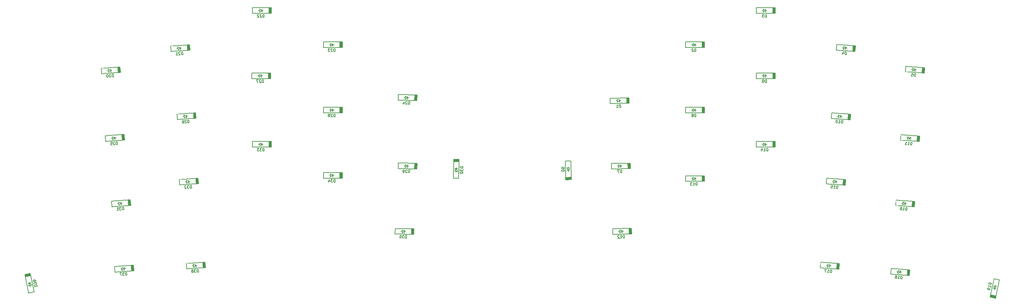
<source format=gbo>
%TF.GenerationSoftware,KiCad,Pcbnew,9.0.2*%
%TF.CreationDate,2025-07-04T08:31:17-06:00*%
%TF.ProjectId,Orcus,4f726375-732e-46b6-9963-61645f706362,rev?*%
%TF.SameCoordinates,Original*%
%TF.FileFunction,Legend,Bot*%
%TF.FilePolarity,Positive*%
%FSLAX46Y46*%
G04 Gerber Fmt 4.6, Leading zero omitted, Abs format (unit mm)*
G04 Created by KiCad (PCBNEW 9.0.2) date 2025-07-04 08:31:17*
%MOMM*%
%LPD*%
G01*
G04 APERTURE LIST*
G04 Aperture macros list*
%AMRotRect*
0 Rectangle, with rotation*
0 The origin of the aperture is its center*
0 $1 length*
0 $2 width*
0 $3 Rotation angle, in degrees counterclockwise*
0 Add horizontal line*
21,1,$1,$2,0,0,$3*%
G04 Aperture macros list end*
%ADD10C,0.150000*%
%ADD11C,0.200000*%
%ADD12C,0.100000*%
%ADD13C,3.400000*%
%ADD14C,2.250000*%
%ADD15C,1.700000*%
%ADD16C,1.800000*%
%ADD17R,3.500000X1.200000*%
%ADD18O,2.750000X1.800000*%
%ADD19C,1.397000*%
%ADD20RotRect,1.200000X1.200000X184.000000*%
%ADD21R,1.200000X1.200000*%
%ADD22RotRect,1.200000X1.200000X78.000000*%
%ADD23RotRect,1.200000X1.200000X176.000000*%
%ADD24RotRect,1.200000X1.200000X181.000000*%
%ADD25RotRect,1.200000X1.200000X179.000000*%
%ADD26RotRect,1.200000X1.200000X91.000000*%
%ADD27RotRect,1.200000X1.200000X269.000000*%
%ADD28RotRect,1.200000X1.200000X282.000000*%
G04 APERTURE END LIST*
D10*
X47005134Y-69915060D02*
X46956304Y-69216765D01*
X46956304Y-69216765D02*
X46790043Y-69228391D01*
X46790043Y-69228391D02*
X46692612Y-69268619D01*
X46692612Y-69268619D02*
X46630758Y-69339774D01*
X46630758Y-69339774D02*
X46602157Y-69408603D01*
X46602157Y-69408603D02*
X46578205Y-69543937D01*
X46578205Y-69543937D02*
X46585181Y-69643693D01*
X46585181Y-69643693D02*
X46627734Y-69774377D01*
X46627734Y-69774377D02*
X46665637Y-69838556D01*
X46665637Y-69838556D02*
X46736791Y-69900410D01*
X46736791Y-69900410D02*
X46838873Y-69926686D01*
X46838873Y-69926686D02*
X47005134Y-69915060D01*
X46295912Y-69329774D02*
X46260334Y-69298847D01*
X46260334Y-69298847D02*
X46191505Y-69270245D01*
X46191505Y-69270245D02*
X46025244Y-69281871D01*
X46025244Y-69281871D02*
X45961065Y-69319774D01*
X45961065Y-69319774D02*
X45930138Y-69355351D01*
X45930138Y-69355351D02*
X45901537Y-69424181D01*
X45901537Y-69424181D02*
X45906187Y-69490685D01*
X45906187Y-69490685D02*
X45946415Y-69588116D01*
X45946415Y-69588116D02*
X46373343Y-69959239D01*
X46373343Y-69959239D02*
X45941065Y-69989467D01*
X45260445Y-69335351D02*
X45592966Y-69312099D01*
X45592966Y-69312099D02*
X45649471Y-69642295D01*
X45649471Y-69642295D02*
X45613893Y-69611368D01*
X45613893Y-69611368D02*
X45545064Y-69582767D01*
X45545064Y-69582767D02*
X45378803Y-69594393D01*
X45378803Y-69594393D02*
X45314624Y-69632295D01*
X45314624Y-69632295D02*
X45283697Y-69667873D01*
X45283697Y-69667873D02*
X45255095Y-69736702D01*
X45255095Y-69736702D02*
X45266721Y-69902963D01*
X45266721Y-69902963D02*
X45304624Y-69967142D01*
X45304624Y-69967142D02*
X45340201Y-69998069D01*
X45340201Y-69998069D02*
X45409031Y-70026670D01*
X45409031Y-70026670D02*
X45575292Y-70015044D01*
X45575292Y-70015044D02*
X45639471Y-69977142D01*
X45639471Y-69977142D02*
X45670397Y-69941564D01*
X194771726Y-80297283D02*
X194771726Y-79597283D01*
X194771726Y-79597283D02*
X194605059Y-79597283D01*
X194605059Y-79597283D02*
X194505059Y-79630616D01*
X194505059Y-79630616D02*
X194438393Y-79697283D01*
X194438393Y-79697283D02*
X194405059Y-79763950D01*
X194405059Y-79763950D02*
X194371726Y-79897283D01*
X194371726Y-79897283D02*
X194371726Y-79997283D01*
X194371726Y-79997283D02*
X194405059Y-80130616D01*
X194405059Y-80130616D02*
X194438393Y-80197283D01*
X194438393Y-80197283D02*
X194505059Y-80263950D01*
X194505059Y-80263950D02*
X194605059Y-80297283D01*
X194605059Y-80297283D02*
X194771726Y-80297283D01*
X193705059Y-80297283D02*
X194105059Y-80297283D01*
X193905059Y-80297283D02*
X193905059Y-79597283D01*
X193905059Y-79597283D02*
X193971726Y-79697283D01*
X193971726Y-79697283D02*
X194038393Y-79763950D01*
X194038393Y-79763950D02*
X194105059Y-79797283D01*
X193471726Y-79597283D02*
X193038392Y-79597283D01*
X193038392Y-79597283D02*
X193271726Y-79863950D01*
X193271726Y-79863950D02*
X193171726Y-79863950D01*
X193171726Y-79863950D02*
X193105059Y-79897283D01*
X193105059Y-79897283D02*
X193071726Y-79930616D01*
X193071726Y-79930616D02*
X193038392Y-79997283D01*
X193038392Y-79997283D02*
X193038392Y-80163950D01*
X193038392Y-80163950D02*
X193071726Y-80230616D01*
X193071726Y-80230616D02*
X193105059Y-80263950D01*
X193105059Y-80263950D02*
X193171726Y-80297283D01*
X193171726Y-80297283D02*
X193371726Y-80297283D01*
X193371726Y-80297283D02*
X193438392Y-80263950D01*
X193438392Y-80263950D02*
X193471726Y-80230616D01*
X65261384Y-64358810D02*
X65212554Y-63660515D01*
X65212554Y-63660515D02*
X65046293Y-63672141D01*
X65046293Y-63672141D02*
X64948862Y-63712369D01*
X64948862Y-63712369D02*
X64887008Y-63783524D01*
X64887008Y-63783524D02*
X64858407Y-63852353D01*
X64858407Y-63852353D02*
X64834455Y-63987687D01*
X64834455Y-63987687D02*
X64841431Y-64087443D01*
X64841431Y-64087443D02*
X64883984Y-64218127D01*
X64883984Y-64218127D02*
X64921887Y-64282306D01*
X64921887Y-64282306D02*
X64993041Y-64344160D01*
X64993041Y-64344160D02*
X65095123Y-64370436D01*
X65095123Y-64370436D02*
X65261384Y-64358810D01*
X64552162Y-63773524D02*
X64516584Y-63742597D01*
X64516584Y-63742597D02*
X64447755Y-63713995D01*
X64447755Y-63713995D02*
X64281494Y-63725621D01*
X64281494Y-63725621D02*
X64217315Y-63763524D01*
X64217315Y-63763524D02*
X64186388Y-63799101D01*
X64186388Y-63799101D02*
X64157787Y-63867931D01*
X64157787Y-63867931D02*
X64162437Y-63934435D01*
X64162437Y-63934435D02*
X64202665Y-64031866D01*
X64202665Y-64031866D02*
X64629593Y-64402989D01*
X64629593Y-64402989D02*
X64197315Y-64433217D01*
X63549947Y-63776776D02*
X63682956Y-63767475D01*
X63682956Y-63767475D02*
X63751785Y-63796077D01*
X63751785Y-63796077D02*
X63787362Y-63827004D01*
X63787362Y-63827004D02*
X63860842Y-63922110D01*
X63860842Y-63922110D02*
X63903395Y-64052793D01*
X63903395Y-64052793D02*
X63921997Y-64318810D01*
X63921997Y-64318810D02*
X63893395Y-64387640D01*
X63893395Y-64387640D02*
X63862468Y-64423217D01*
X63862468Y-64423217D02*
X63798289Y-64461119D01*
X63798289Y-64461119D02*
X63665281Y-64470420D01*
X63665281Y-64470420D02*
X63596451Y-64441819D01*
X63596451Y-64441819D02*
X63560874Y-64410892D01*
X63560874Y-64410892D02*
X63522971Y-64346713D01*
X63522971Y-64346713D02*
X63511345Y-64180452D01*
X63511345Y-64180452D02*
X63539947Y-64111623D01*
X63539947Y-64111623D02*
X63570874Y-64076045D01*
X63570874Y-64076045D02*
X63635053Y-64038143D01*
X63635053Y-64038143D02*
X63768062Y-64028842D01*
X63768062Y-64028842D02*
X63836891Y-64057443D01*
X63836891Y-64057443D02*
X63872468Y-64088370D01*
X63872468Y-64088370D02*
X63910371Y-64152549D01*
X269785195Y-105305705D02*
X269100491Y-105160167D01*
X269100491Y-105160167D02*
X269065839Y-105323191D01*
X269065839Y-105323191D02*
X269077653Y-105427936D01*
X269077653Y-105427936D02*
X269129002Y-105507007D01*
X269129002Y-105507007D02*
X269187282Y-105553473D01*
X269187282Y-105553473D02*
X269310771Y-105613799D01*
X269310771Y-105613799D02*
X269408586Y-105634590D01*
X269408586Y-105634590D02*
X269545936Y-105629707D01*
X269545936Y-105629707D02*
X269618076Y-105610963D01*
X269618076Y-105610963D02*
X269697147Y-105559614D01*
X269697147Y-105559614D02*
X269750543Y-105468729D01*
X269750543Y-105468729D02*
X269785195Y-105305705D01*
X269563422Y-106349062D02*
X269646587Y-105957803D01*
X269605005Y-106153433D02*
X268920301Y-106007894D01*
X268920301Y-106007894D02*
X269031977Y-105963476D01*
X269031977Y-105963476D02*
X269111047Y-105912127D01*
X269111047Y-105912127D02*
X269157513Y-105853847D01*
X269494118Y-106675112D02*
X269466397Y-106805531D01*
X269466397Y-106805531D02*
X269419931Y-106863811D01*
X269419931Y-106863811D02*
X269380396Y-106889485D01*
X269380396Y-106889485D02*
X269268720Y-106933904D01*
X269268720Y-106933904D02*
X269131370Y-106938787D01*
X269131370Y-106938787D02*
X268870531Y-106883344D01*
X268870531Y-106883344D02*
X268812251Y-106836879D01*
X268812251Y-106836879D02*
X268786577Y-106797343D01*
X268786577Y-106797343D02*
X268767833Y-106725203D01*
X268767833Y-106725203D02*
X268795554Y-106594783D01*
X268795554Y-106594783D02*
X268842020Y-106536504D01*
X268842020Y-106536504D02*
X268881555Y-106510829D01*
X268881555Y-106510829D02*
X268953695Y-106492085D01*
X268953695Y-106492085D02*
X269116720Y-106526737D01*
X269116720Y-106526737D02*
X269175000Y-106573203D01*
X269175000Y-106573203D02*
X269200674Y-106612738D01*
X269200674Y-106612738D02*
X269219418Y-106684878D01*
X269219418Y-106684878D02*
X269191697Y-106815298D01*
X269191697Y-106815298D02*
X269145231Y-106873578D01*
X269145231Y-106873578D02*
X269105696Y-106899252D01*
X269105696Y-106899252D02*
X269033555Y-106917996D01*
X232760866Y-46991644D02*
X232809695Y-46293349D01*
X232809695Y-46293349D02*
X232643435Y-46281723D01*
X232643435Y-46281723D02*
X232541353Y-46307999D01*
X232541353Y-46307999D02*
X232470198Y-46369853D01*
X232470198Y-46369853D02*
X232432296Y-46434032D01*
X232432296Y-46434032D02*
X232389743Y-46564716D01*
X232389743Y-46564716D02*
X232382767Y-46664472D01*
X232382767Y-46664472D02*
X232406718Y-46799806D01*
X232406718Y-46799806D02*
X232435320Y-46868635D01*
X232435320Y-46868635D02*
X232497174Y-46939790D01*
X232497174Y-46939790D02*
X232594605Y-46980018D01*
X232594605Y-46980018D02*
X232760866Y-46991644D01*
X231795855Y-46456357D02*
X231763302Y-46921887D01*
X231980717Y-46201966D02*
X232112100Y-46712375D01*
X232112100Y-46712375D02*
X231679822Y-46682147D01*
X84193750Y-54103533D02*
X84193750Y-53403533D01*
X84193750Y-53403533D02*
X84027083Y-53403533D01*
X84027083Y-53403533D02*
X83927083Y-53436866D01*
X83927083Y-53436866D02*
X83860417Y-53503533D01*
X83860417Y-53503533D02*
X83827083Y-53570200D01*
X83827083Y-53570200D02*
X83793750Y-53703533D01*
X83793750Y-53703533D02*
X83793750Y-53803533D01*
X83793750Y-53803533D02*
X83827083Y-53936866D01*
X83827083Y-53936866D02*
X83860417Y-54003533D01*
X83860417Y-54003533D02*
X83927083Y-54070200D01*
X83927083Y-54070200D02*
X84027083Y-54103533D01*
X84027083Y-54103533D02*
X84193750Y-54103533D01*
X83527083Y-53470200D02*
X83493750Y-53436866D01*
X83493750Y-53436866D02*
X83427083Y-53403533D01*
X83427083Y-53403533D02*
X83260417Y-53403533D01*
X83260417Y-53403533D02*
X83193750Y-53436866D01*
X83193750Y-53436866D02*
X83160417Y-53470200D01*
X83160417Y-53470200D02*
X83127083Y-53536866D01*
X83127083Y-53536866D02*
X83127083Y-53603533D01*
X83127083Y-53603533D02*
X83160417Y-53703533D01*
X83160417Y-53703533D02*
X83560417Y-54103533D01*
X83560417Y-54103533D02*
X83127083Y-54103533D01*
X82893750Y-53403533D02*
X82427083Y-53403533D01*
X82427083Y-53403533D02*
X82727083Y-54103533D01*
X175245041Y-60444255D02*
X175232824Y-59744361D01*
X175232824Y-59744361D02*
X175066183Y-59747270D01*
X175066183Y-59747270D02*
X174966780Y-59782343D01*
X174966780Y-59782343D02*
X174901287Y-59850163D01*
X174901287Y-59850163D02*
X174869122Y-59917402D01*
X174869122Y-59917402D02*
X174838121Y-60051297D01*
X174838121Y-60051297D02*
X174839866Y-60151281D01*
X174839866Y-60151281D02*
X174875521Y-60284013D01*
X174875521Y-60284013D02*
X174910013Y-60350087D01*
X174910013Y-60350087D02*
X174977833Y-60415580D01*
X174977833Y-60415580D02*
X175078399Y-60447163D01*
X175078399Y-60447163D02*
X175245041Y-60444255D01*
X174178536Y-60462871D02*
X174578476Y-60455890D01*
X174378506Y-60459380D02*
X174366289Y-59759487D01*
X174366289Y-59759487D02*
X174434691Y-59858308D01*
X174434691Y-59858308D02*
X174502511Y-59923801D01*
X174502511Y-59923801D02*
X174569749Y-59955966D01*
X84381250Y-71566033D02*
X84381250Y-70866033D01*
X84381250Y-70866033D02*
X84214583Y-70866033D01*
X84214583Y-70866033D02*
X84114583Y-70899366D01*
X84114583Y-70899366D02*
X84047917Y-70966033D01*
X84047917Y-70966033D02*
X84014583Y-71032700D01*
X84014583Y-71032700D02*
X83981250Y-71166033D01*
X83981250Y-71166033D02*
X83981250Y-71266033D01*
X83981250Y-71266033D02*
X84014583Y-71399366D01*
X84014583Y-71399366D02*
X84047917Y-71466033D01*
X84047917Y-71466033D02*
X84114583Y-71532700D01*
X84114583Y-71532700D02*
X84214583Y-71566033D01*
X84214583Y-71566033D02*
X84381250Y-71566033D01*
X83747917Y-70866033D02*
X83314583Y-70866033D01*
X83314583Y-70866033D02*
X83547917Y-71132700D01*
X83547917Y-71132700D02*
X83447917Y-71132700D01*
X83447917Y-71132700D02*
X83381250Y-71166033D01*
X83381250Y-71166033D02*
X83347917Y-71199366D01*
X83347917Y-71199366D02*
X83314583Y-71266033D01*
X83314583Y-71266033D02*
X83314583Y-71432700D01*
X83314583Y-71432700D02*
X83347917Y-71499366D01*
X83347917Y-71499366D02*
X83381250Y-71532700D01*
X83381250Y-71532700D02*
X83447917Y-71566033D01*
X83447917Y-71566033D02*
X83647917Y-71566033D01*
X83647917Y-71566033D02*
X83714583Y-71532700D01*
X83714583Y-71532700D02*
X83747917Y-71499366D01*
X83081250Y-70866033D02*
X82647916Y-70866033D01*
X82647916Y-70866033D02*
X82881250Y-71132700D01*
X82881250Y-71132700D02*
X82781250Y-71132700D01*
X82781250Y-71132700D02*
X82714583Y-71166033D01*
X82714583Y-71166033D02*
X82681250Y-71199366D01*
X82681250Y-71199366D02*
X82647916Y-71266033D01*
X82647916Y-71266033D02*
X82647916Y-71432700D01*
X82647916Y-71432700D02*
X82681250Y-71499366D01*
X82681250Y-71499366D02*
X82714583Y-71532700D01*
X82714583Y-71532700D02*
X82781250Y-71566033D01*
X82781250Y-71566033D02*
X82981250Y-71566033D01*
X82981250Y-71566033D02*
X83047916Y-71532700D01*
X83047916Y-71532700D02*
X83081250Y-71499366D01*
X176206610Y-93775937D02*
X176194393Y-93076044D01*
X176194393Y-93076044D02*
X176027752Y-93078952D01*
X176027752Y-93078952D02*
X175928349Y-93114026D01*
X175928349Y-93114026D02*
X175862856Y-93181846D01*
X175862856Y-93181846D02*
X175830691Y-93249084D01*
X175830691Y-93249084D02*
X175799690Y-93382979D01*
X175799690Y-93382979D02*
X175801435Y-93482964D01*
X175801435Y-93482964D02*
X175837090Y-93615695D01*
X175837090Y-93615695D02*
X175871582Y-93681770D01*
X175871582Y-93681770D02*
X175939402Y-93747263D01*
X175939402Y-93747263D02*
X176039969Y-93778846D01*
X176039969Y-93778846D02*
X176206610Y-93775937D01*
X175140106Y-93794553D02*
X175540045Y-93787572D01*
X175340075Y-93791063D02*
X175327859Y-93091169D01*
X175327859Y-93091169D02*
X175396260Y-93189990D01*
X175396260Y-93189990D02*
X175464080Y-93255483D01*
X175464080Y-93255483D02*
X175531319Y-93287648D01*
X174862426Y-93165970D02*
X174828516Y-93133224D01*
X174828516Y-93133224D02*
X174761278Y-93101059D01*
X174761278Y-93101059D02*
X174594637Y-93103968D01*
X174594637Y-93103968D02*
X174528562Y-93138459D01*
X174528562Y-93138459D02*
X174495815Y-93172369D01*
X174495815Y-93172369D02*
X174463651Y-93239608D01*
X174463651Y-93239608D02*
X174464814Y-93306264D01*
X174464814Y-93306264D02*
X174499888Y-93405667D01*
X174499888Y-93405667D02*
X174906808Y-93798625D01*
X174906808Y-93798625D02*
X174473540Y-93806188D01*
X120676172Y-93805606D02*
X120688389Y-93105713D01*
X120688389Y-93105713D02*
X120521747Y-93102804D01*
X120521747Y-93102804D02*
X120421181Y-93134387D01*
X120421181Y-93134387D02*
X120353361Y-93199880D01*
X120353361Y-93199880D02*
X120318869Y-93265955D01*
X120318869Y-93265955D02*
X120283214Y-93398686D01*
X120283214Y-93398686D02*
X120281468Y-93498671D01*
X120281468Y-93498671D02*
X120312470Y-93632566D01*
X120312470Y-93632566D02*
X120344635Y-93699804D01*
X120344635Y-93699804D02*
X120410128Y-93767624D01*
X120410128Y-93767624D02*
X120509531Y-93802698D01*
X120509531Y-93802698D02*
X120676172Y-93805606D01*
X120055152Y-93094660D02*
X119621884Y-93087097D01*
X119621884Y-93087097D02*
X119850528Y-93357795D01*
X119850528Y-93357795D02*
X119750543Y-93356050D01*
X119750543Y-93356050D02*
X119683305Y-93388215D01*
X119683305Y-93388215D02*
X119649395Y-93420961D01*
X119649395Y-93420961D02*
X119614903Y-93487036D01*
X119614903Y-93487036D02*
X119611995Y-93653677D01*
X119611995Y-93653677D02*
X119644159Y-93720916D01*
X119644159Y-93720916D02*
X119676906Y-93754826D01*
X119676906Y-93754826D02*
X119742981Y-93789317D01*
X119742981Y-93789317D02*
X119942950Y-93792808D01*
X119942950Y-93792808D02*
X120010188Y-93760643D01*
X120010188Y-93760643D02*
X120044098Y-93727897D01*
X118988647Y-93076044D02*
X119321930Y-93081861D01*
X119321930Y-93081861D02*
X119349440Y-93415726D01*
X119349440Y-93415726D02*
X119316694Y-93381816D01*
X119316694Y-93381816D02*
X119250619Y-93347324D01*
X119250619Y-93347324D02*
X119083978Y-93344415D01*
X119083978Y-93344415D02*
X119016740Y-93376580D01*
X119016740Y-93376580D02*
X118982830Y-93409326D01*
X118982830Y-93409326D02*
X118948338Y-93475401D01*
X118948338Y-93475401D02*
X118945429Y-93642042D01*
X118945429Y-93642042D02*
X118977594Y-93709281D01*
X118977594Y-93709281D02*
X119010340Y-93743191D01*
X119010340Y-93743191D02*
X119076415Y-93777682D01*
X119076415Y-93777682D02*
X119243056Y-93780591D01*
X119243056Y-93780591D02*
X119310295Y-93748426D01*
X119310295Y-93748426D02*
X119344205Y-93715680D01*
X121469922Y-77112422D02*
X121482139Y-76412529D01*
X121482139Y-76412529D02*
X121315497Y-76409620D01*
X121315497Y-76409620D02*
X121214931Y-76441203D01*
X121214931Y-76441203D02*
X121147111Y-76506696D01*
X121147111Y-76506696D02*
X121112619Y-76572771D01*
X121112619Y-76572771D02*
X121076964Y-76705502D01*
X121076964Y-76705502D02*
X121075218Y-76805487D01*
X121075218Y-76805487D02*
X121106220Y-76939382D01*
X121106220Y-76939382D02*
X121138385Y-77006620D01*
X121138385Y-77006620D02*
X121203878Y-77074440D01*
X121203878Y-77074440D02*
X121303281Y-77109514D01*
X121303281Y-77109514D02*
X121469922Y-77112422D01*
X120814410Y-76467550D02*
X120781663Y-76433640D01*
X120781663Y-76433640D02*
X120715589Y-76399149D01*
X120715589Y-76399149D02*
X120548947Y-76396240D01*
X120548947Y-76396240D02*
X120481709Y-76428405D01*
X120481709Y-76428405D02*
X120447799Y-76461151D01*
X120447799Y-76461151D02*
X120413307Y-76527226D01*
X120413307Y-76527226D02*
X120412144Y-76593883D01*
X120412144Y-76593883D02*
X120443727Y-76694449D01*
X120443727Y-76694449D02*
X120836685Y-77101369D01*
X120836685Y-77101369D02*
X120403418Y-77093806D01*
X120070135Y-77087989D02*
X119936822Y-77085662D01*
X119936822Y-77085662D02*
X119870747Y-77051170D01*
X119870747Y-77051170D02*
X119838000Y-77017260D01*
X119838000Y-77017260D02*
X119773089Y-76916112D01*
X119773089Y-76916112D02*
X119742088Y-76782217D01*
X119742088Y-76782217D02*
X119746742Y-76515591D01*
X119746742Y-76515591D02*
X119781234Y-76449516D01*
X119781234Y-76449516D02*
X119815144Y-76416770D01*
X119815144Y-76416770D02*
X119882382Y-76384605D01*
X119882382Y-76384605D02*
X120015695Y-76386932D01*
X120015695Y-76386932D02*
X120081770Y-76421424D01*
X120081770Y-76421424D02*
X120114516Y-76455334D01*
X120114516Y-76455334D02*
X120146681Y-76522572D01*
X120146681Y-76522572D02*
X120143772Y-76689213D01*
X120143772Y-76689213D02*
X120109280Y-76755288D01*
X120109280Y-76755288D02*
X120075370Y-76788035D01*
X120075370Y-76788035D02*
X120008132Y-76820199D01*
X120008132Y-76820199D02*
X119874819Y-76817872D01*
X119874819Y-76817872D02*
X119808744Y-76783381D01*
X119808744Y-76783381D02*
X119775998Y-76749471D01*
X119775998Y-76749471D02*
X119743833Y-76682232D01*
X249480019Y-70033646D02*
X249528848Y-69335351D01*
X249528848Y-69335351D02*
X249362588Y-69323725D01*
X249362588Y-69323725D02*
X249260506Y-69350002D01*
X249260506Y-69350002D02*
X249189351Y-69411855D01*
X249189351Y-69411855D02*
X249151449Y-69476034D01*
X249151449Y-69476034D02*
X249108896Y-69606718D01*
X249108896Y-69606718D02*
X249101920Y-69706474D01*
X249101920Y-69706474D02*
X249125871Y-69841808D01*
X249125871Y-69841808D02*
X249154473Y-69910637D01*
X249154473Y-69910637D02*
X249216327Y-69981792D01*
X249216327Y-69981792D02*
X249313758Y-70022020D01*
X249313758Y-70022020D02*
X249480019Y-70033646D01*
X248415951Y-69959239D02*
X248814976Y-69987142D01*
X248615463Y-69973190D02*
X248664293Y-69274896D01*
X248664293Y-69274896D02*
X248723822Y-69379302D01*
X248723822Y-69379302D02*
X248785675Y-69450457D01*
X248785675Y-69450457D02*
X248849854Y-69488360D01*
X247750908Y-69912735D02*
X248149933Y-69940637D01*
X247950420Y-69926686D02*
X247999250Y-69228391D01*
X247999250Y-69228391D02*
X248058779Y-69332798D01*
X248058779Y-69332798D02*
X248120632Y-69403953D01*
X248120632Y-69403953D02*
X248184811Y-69441855D01*
X246968787Y-104164896D02*
X247017616Y-103466601D01*
X247017616Y-103466601D02*
X246851356Y-103454975D01*
X246851356Y-103454975D02*
X246749274Y-103481252D01*
X246749274Y-103481252D02*
X246678119Y-103543105D01*
X246678119Y-103543105D02*
X246640217Y-103607284D01*
X246640217Y-103607284D02*
X246597664Y-103737968D01*
X246597664Y-103737968D02*
X246590688Y-103837724D01*
X246590688Y-103837724D02*
X246614639Y-103973058D01*
X246614639Y-103973058D02*
X246643241Y-104041887D01*
X246643241Y-104041887D02*
X246705095Y-104113042D01*
X246705095Y-104113042D02*
X246802526Y-104153270D01*
X246802526Y-104153270D02*
X246968787Y-104164896D01*
X245904719Y-104090489D02*
X246303744Y-104118392D01*
X246104231Y-104104440D02*
X246153061Y-103406146D01*
X246153061Y-103406146D02*
X246212590Y-103510552D01*
X246212590Y-103510552D02*
X246274443Y-103581707D01*
X246274443Y-103581707D02*
X246338622Y-103619610D01*
X245533595Y-103663561D02*
X245602425Y-103634959D01*
X245602425Y-103634959D02*
X245638002Y-103604032D01*
X245638002Y-103604032D02*
X245675905Y-103539853D01*
X245675905Y-103539853D02*
X245678230Y-103506601D01*
X245678230Y-103506601D02*
X245649628Y-103437772D01*
X245649628Y-103437772D02*
X245618701Y-103402194D01*
X245618701Y-103402194D02*
X245554522Y-103364292D01*
X245554522Y-103364292D02*
X245421514Y-103354991D01*
X245421514Y-103354991D02*
X245352684Y-103383593D01*
X245352684Y-103383593D02*
X245317107Y-103414519D01*
X245317107Y-103414519D02*
X245279204Y-103478698D01*
X245279204Y-103478698D02*
X245276879Y-103511951D01*
X245276879Y-103511951D02*
X245305481Y-103580780D01*
X245305481Y-103580780D02*
X245336408Y-103616357D01*
X245336408Y-103616357D02*
X245400587Y-103654260D01*
X245400587Y-103654260D02*
X245533595Y-103663561D01*
X245533595Y-103663561D02*
X245597774Y-103701463D01*
X245597774Y-103701463D02*
X245628701Y-103737041D01*
X245628701Y-103737041D02*
X245657303Y-103805870D01*
X245657303Y-103805870D02*
X245648002Y-103938879D01*
X245648002Y-103938879D02*
X245610099Y-104003058D01*
X245610099Y-104003058D02*
X245574522Y-104033985D01*
X245574522Y-104033985D02*
X245505693Y-104062586D01*
X245505693Y-104062586D02*
X245372684Y-104053286D01*
X245372684Y-104053286D02*
X245308505Y-104015383D01*
X245308505Y-104015383D02*
X245277578Y-103979806D01*
X245277578Y-103979806D02*
X245248976Y-103910976D01*
X245248976Y-103910976D02*
X245258277Y-103777968D01*
X245258277Y-103777968D02*
X245296180Y-103713789D01*
X245296180Y-103713789D02*
X245331757Y-103682862D01*
X245331757Y-103682862D02*
X245400587Y-103654260D01*
X194438392Y-46166033D02*
X194438392Y-45466033D01*
X194438392Y-45466033D02*
X194271725Y-45466033D01*
X194271725Y-45466033D02*
X194171725Y-45499366D01*
X194171725Y-45499366D02*
X194105059Y-45566033D01*
X194105059Y-45566033D02*
X194071725Y-45632700D01*
X194071725Y-45632700D02*
X194038392Y-45766033D01*
X194038392Y-45766033D02*
X194038392Y-45866033D01*
X194038392Y-45866033D02*
X194071725Y-45999366D01*
X194071725Y-45999366D02*
X194105059Y-46066033D01*
X194105059Y-46066033D02*
X194171725Y-46132700D01*
X194171725Y-46132700D02*
X194271725Y-46166033D01*
X194271725Y-46166033D02*
X194438392Y-46166033D01*
X193771725Y-45532700D02*
X193738392Y-45499366D01*
X193738392Y-45499366D02*
X193671725Y-45466033D01*
X193671725Y-45466033D02*
X193505059Y-45466033D01*
X193505059Y-45466033D02*
X193438392Y-45499366D01*
X193438392Y-45499366D02*
X193405059Y-45532700D01*
X193405059Y-45532700D02*
X193371725Y-45599366D01*
X193371725Y-45599366D02*
X193371725Y-45666033D01*
X193371725Y-45666033D02*
X193405059Y-45766033D01*
X193405059Y-45766033D02*
X193805059Y-46166033D01*
X193805059Y-46166033D02*
X193371725Y-46166033D01*
X194438392Y-62834783D02*
X194438392Y-62134783D01*
X194438392Y-62134783D02*
X194271725Y-62134783D01*
X194271725Y-62134783D02*
X194171725Y-62168116D01*
X194171725Y-62168116D02*
X194105059Y-62234783D01*
X194105059Y-62234783D02*
X194071725Y-62301450D01*
X194071725Y-62301450D02*
X194038392Y-62434783D01*
X194038392Y-62434783D02*
X194038392Y-62534783D01*
X194038392Y-62534783D02*
X194071725Y-62668116D01*
X194071725Y-62668116D02*
X194105059Y-62734783D01*
X194105059Y-62734783D02*
X194171725Y-62801450D01*
X194171725Y-62801450D02*
X194271725Y-62834783D01*
X194271725Y-62834783D02*
X194438392Y-62834783D01*
X193638392Y-62434783D02*
X193705059Y-62401450D01*
X193705059Y-62401450D02*
X193738392Y-62368116D01*
X193738392Y-62368116D02*
X193771725Y-62301450D01*
X193771725Y-62301450D02*
X193771725Y-62268116D01*
X193771725Y-62268116D02*
X193738392Y-62201450D01*
X193738392Y-62201450D02*
X193705059Y-62168116D01*
X193705059Y-62168116D02*
X193638392Y-62134783D01*
X193638392Y-62134783D02*
X193505059Y-62134783D01*
X193505059Y-62134783D02*
X193438392Y-62168116D01*
X193438392Y-62168116D02*
X193405059Y-62201450D01*
X193405059Y-62201450D02*
X193371725Y-62268116D01*
X193371725Y-62268116D02*
X193371725Y-62301450D01*
X193371725Y-62301450D02*
X193405059Y-62368116D01*
X193405059Y-62368116D02*
X193438392Y-62401450D01*
X193438392Y-62401450D02*
X193505059Y-62434783D01*
X193505059Y-62434783D02*
X193638392Y-62434783D01*
X193638392Y-62434783D02*
X193705059Y-62468116D01*
X193705059Y-62468116D02*
X193738392Y-62501450D01*
X193738392Y-62501450D02*
X193771725Y-62568116D01*
X193771725Y-62568116D02*
X193771725Y-62701450D01*
X193771725Y-62701450D02*
X193738392Y-62768116D01*
X193738392Y-62768116D02*
X193705059Y-62801450D01*
X193705059Y-62801450D02*
X193638392Y-62834783D01*
X193638392Y-62834783D02*
X193505059Y-62834783D01*
X193505059Y-62834783D02*
X193438392Y-62801450D01*
X193438392Y-62801450D02*
X193405059Y-62768116D01*
X193405059Y-62768116D02*
X193371725Y-62701450D01*
X193371725Y-62701450D02*
X193371725Y-62568116D01*
X193371725Y-62568116D02*
X193405059Y-62501450D01*
X193405059Y-62501450D02*
X193438392Y-62468116D01*
X193438392Y-62468116D02*
X193505059Y-62434783D01*
X49386384Y-103252560D02*
X49337554Y-102554265D01*
X49337554Y-102554265D02*
X49171293Y-102565891D01*
X49171293Y-102565891D02*
X49073862Y-102606119D01*
X49073862Y-102606119D02*
X49012008Y-102677274D01*
X49012008Y-102677274D02*
X48983407Y-102746103D01*
X48983407Y-102746103D02*
X48959455Y-102881437D01*
X48959455Y-102881437D02*
X48966431Y-102981193D01*
X48966431Y-102981193D02*
X49008984Y-103111877D01*
X49008984Y-103111877D02*
X49046887Y-103176056D01*
X49046887Y-103176056D02*
X49118041Y-103237910D01*
X49118041Y-103237910D02*
X49220123Y-103264186D01*
X49220123Y-103264186D02*
X49386384Y-103252560D01*
X48705764Y-102598444D02*
X48273486Y-102628672D01*
X48273486Y-102628672D02*
X48524852Y-102878413D01*
X48524852Y-102878413D02*
X48425096Y-102885388D01*
X48425096Y-102885388D02*
X48360917Y-102923291D01*
X48360917Y-102923291D02*
X48329990Y-102958868D01*
X48329990Y-102958868D02*
X48301388Y-103027698D01*
X48301388Y-103027698D02*
X48313014Y-103193958D01*
X48313014Y-103193958D02*
X48350917Y-103258137D01*
X48350917Y-103258137D02*
X48386494Y-103289064D01*
X48386494Y-103289064D02*
X48455324Y-103317666D01*
X48455324Y-103317666D02*
X48654837Y-103303715D01*
X48654837Y-103303715D02*
X48719016Y-103265812D01*
X48719016Y-103265812D02*
X48749943Y-103230235D01*
X48040721Y-102644949D02*
X47575191Y-102677502D01*
X47575191Y-102677502D02*
X47923289Y-103354869D01*
X212438392Y-37434783D02*
X212438392Y-36734783D01*
X212438392Y-36734783D02*
X212271725Y-36734783D01*
X212271725Y-36734783D02*
X212171725Y-36768116D01*
X212171725Y-36768116D02*
X212105059Y-36834783D01*
X212105059Y-36834783D02*
X212071725Y-36901450D01*
X212071725Y-36901450D02*
X212038392Y-37034783D01*
X212038392Y-37034783D02*
X212038392Y-37134783D01*
X212038392Y-37134783D02*
X212071725Y-37268116D01*
X212071725Y-37268116D02*
X212105059Y-37334783D01*
X212105059Y-37334783D02*
X212171725Y-37401450D01*
X212171725Y-37401450D02*
X212271725Y-37434783D01*
X212271725Y-37434783D02*
X212438392Y-37434783D01*
X211805059Y-36734783D02*
X211371725Y-36734783D01*
X211371725Y-36734783D02*
X211605059Y-37001450D01*
X211605059Y-37001450D02*
X211505059Y-37001450D01*
X211505059Y-37001450D02*
X211438392Y-37034783D01*
X211438392Y-37034783D02*
X211405059Y-37068116D01*
X211405059Y-37068116D02*
X211371725Y-37134783D01*
X211371725Y-37134783D02*
X211371725Y-37301450D01*
X211371725Y-37301450D02*
X211405059Y-37368116D01*
X211405059Y-37368116D02*
X211438392Y-37401450D01*
X211438392Y-37401450D02*
X211505059Y-37434783D01*
X211505059Y-37434783D02*
X211705059Y-37434783D01*
X211705059Y-37434783D02*
X211771725Y-37401450D01*
X211771725Y-37401450D02*
X211805059Y-37368116D01*
X63673884Y-46993969D02*
X63625054Y-46295674D01*
X63625054Y-46295674D02*
X63458793Y-46307300D01*
X63458793Y-46307300D02*
X63361362Y-46347528D01*
X63361362Y-46347528D02*
X63299508Y-46418683D01*
X63299508Y-46418683D02*
X63270907Y-46487512D01*
X63270907Y-46487512D02*
X63246955Y-46622846D01*
X63246955Y-46622846D02*
X63253931Y-46722602D01*
X63253931Y-46722602D02*
X63296484Y-46853286D01*
X63296484Y-46853286D02*
X63334387Y-46917465D01*
X63334387Y-46917465D02*
X63405541Y-46979319D01*
X63405541Y-46979319D02*
X63507623Y-47005595D01*
X63507623Y-47005595D02*
X63673884Y-46993969D01*
X62964662Y-46408683D02*
X62929084Y-46377756D01*
X62929084Y-46377756D02*
X62860255Y-46349154D01*
X62860255Y-46349154D02*
X62693994Y-46360780D01*
X62693994Y-46360780D02*
X62629815Y-46398683D01*
X62629815Y-46398683D02*
X62598888Y-46434260D01*
X62598888Y-46434260D02*
X62570287Y-46503090D01*
X62570287Y-46503090D02*
X62574937Y-46569594D01*
X62574937Y-46569594D02*
X62615165Y-46667025D01*
X62615165Y-46667025D02*
X63042093Y-47038148D01*
X63042093Y-47038148D02*
X62609815Y-47068376D01*
X61944772Y-47114880D02*
X62343798Y-47086978D01*
X62144285Y-47100929D02*
X62095456Y-46402634D01*
X62095456Y-46402634D02*
X62168935Y-46497740D01*
X62168935Y-46497740D02*
X62240090Y-46559594D01*
X62240090Y-46559594D02*
X62308920Y-46588196D01*
X45967634Y-52652560D02*
X45918804Y-51954265D01*
X45918804Y-51954265D02*
X45752543Y-51965891D01*
X45752543Y-51965891D02*
X45655112Y-52006119D01*
X45655112Y-52006119D02*
X45593258Y-52077274D01*
X45593258Y-52077274D02*
X45564657Y-52146103D01*
X45564657Y-52146103D02*
X45540705Y-52281437D01*
X45540705Y-52281437D02*
X45547681Y-52381193D01*
X45547681Y-52381193D02*
X45590234Y-52511877D01*
X45590234Y-52511877D02*
X45628137Y-52576056D01*
X45628137Y-52576056D02*
X45699291Y-52637910D01*
X45699291Y-52637910D02*
X45801373Y-52664186D01*
X45801373Y-52664186D02*
X45967634Y-52652560D01*
X45258412Y-52067274D02*
X45222834Y-52036347D01*
X45222834Y-52036347D02*
X45154005Y-52007745D01*
X45154005Y-52007745D02*
X44987744Y-52019371D01*
X44987744Y-52019371D02*
X44923565Y-52057274D01*
X44923565Y-52057274D02*
X44892638Y-52092851D01*
X44892638Y-52092851D02*
X44864037Y-52161681D01*
X44864037Y-52161681D02*
X44868687Y-52228185D01*
X44868687Y-52228185D02*
X44908915Y-52325616D01*
X44908915Y-52325616D02*
X45335843Y-52696739D01*
X45335843Y-52696739D02*
X44903565Y-52726967D01*
X44422458Y-52058900D02*
X44355953Y-52063550D01*
X44355953Y-52063550D02*
X44291774Y-52101453D01*
X44291774Y-52101453D02*
X44260847Y-52137030D01*
X44260847Y-52137030D02*
X44232246Y-52205860D01*
X44232246Y-52205860D02*
X44208294Y-52341193D01*
X44208294Y-52341193D02*
X44219921Y-52507454D01*
X44219921Y-52507454D02*
X44262474Y-52638137D01*
X44262474Y-52638137D02*
X44300376Y-52702317D01*
X44300376Y-52702317D02*
X44335953Y-52733243D01*
X44335953Y-52733243D02*
X44404783Y-52761845D01*
X44404783Y-52761845D02*
X44471287Y-52757195D01*
X44471287Y-52757195D02*
X44535466Y-52719292D01*
X44535466Y-52719292D02*
X44566393Y-52683715D01*
X44566393Y-52683715D02*
X44594995Y-52614885D01*
X44594995Y-52614885D02*
X44618946Y-52479552D01*
X44618946Y-52479552D02*
X44607320Y-52313291D01*
X44607320Y-52313291D02*
X44564767Y-52182608D01*
X44564767Y-52182608D02*
X44526865Y-52118428D01*
X44526865Y-52118428D02*
X44491287Y-52087502D01*
X44491287Y-52087502D02*
X44422458Y-52058900D01*
X67642634Y-102458810D02*
X67593804Y-101760515D01*
X67593804Y-101760515D02*
X67427543Y-101772141D01*
X67427543Y-101772141D02*
X67330112Y-101812369D01*
X67330112Y-101812369D02*
X67268258Y-101883524D01*
X67268258Y-101883524D02*
X67239657Y-101952353D01*
X67239657Y-101952353D02*
X67215705Y-102087687D01*
X67215705Y-102087687D02*
X67222681Y-102187443D01*
X67222681Y-102187443D02*
X67265234Y-102318127D01*
X67265234Y-102318127D02*
X67303137Y-102382306D01*
X67303137Y-102382306D02*
X67374291Y-102444160D01*
X67374291Y-102444160D02*
X67476373Y-102470436D01*
X67476373Y-102470436D02*
X67642634Y-102458810D01*
X66962014Y-101804694D02*
X66529736Y-101834922D01*
X66529736Y-101834922D02*
X66781102Y-102084663D01*
X66781102Y-102084663D02*
X66681346Y-102091638D01*
X66681346Y-102091638D02*
X66617167Y-102129541D01*
X66617167Y-102129541D02*
X66586240Y-102165118D01*
X66586240Y-102165118D02*
X66557638Y-102233948D01*
X66557638Y-102233948D02*
X66569264Y-102400208D01*
X66569264Y-102400208D02*
X66607167Y-102464387D01*
X66607167Y-102464387D02*
X66642744Y-102495314D01*
X66642744Y-102495314D02*
X66711574Y-102523916D01*
X66711574Y-102523916D02*
X66911087Y-102509965D01*
X66911087Y-102509965D02*
X66975266Y-102472062D01*
X66975266Y-102472062D02*
X67006193Y-102436485D01*
X66151637Y-102162094D02*
X66215816Y-102124191D01*
X66215816Y-102124191D02*
X66246743Y-102088614D01*
X66246743Y-102088614D02*
X66275344Y-102019784D01*
X66275344Y-102019784D02*
X66273019Y-101986532D01*
X66273019Y-101986532D02*
X66235117Y-101922353D01*
X66235117Y-101922353D02*
X66199539Y-101891426D01*
X66199539Y-101891426D02*
X66130710Y-101862825D01*
X66130710Y-101862825D02*
X65997701Y-101872126D01*
X65997701Y-101872126D02*
X65933522Y-101910028D01*
X65933522Y-101910028D02*
X65902595Y-101945605D01*
X65902595Y-101945605D02*
X65873994Y-102014435D01*
X65873994Y-102014435D02*
X65876319Y-102047687D01*
X65876319Y-102047687D02*
X65914221Y-102111866D01*
X65914221Y-102111866D02*
X65949799Y-102142793D01*
X65949799Y-102142793D02*
X66018628Y-102171395D01*
X66018628Y-102171395D02*
X66151637Y-102162094D01*
X66151637Y-102162094D02*
X66220466Y-102190696D01*
X66220466Y-102190696D02*
X66256044Y-102221622D01*
X66256044Y-102221622D02*
X66293946Y-102285802D01*
X66293946Y-102285802D02*
X66303247Y-102418810D01*
X66303247Y-102418810D02*
X66274645Y-102487640D01*
X66274645Y-102487640D02*
X66243718Y-102523217D01*
X66243718Y-102523217D02*
X66179539Y-102561119D01*
X66179539Y-102561119D02*
X66046531Y-102570420D01*
X66046531Y-102570420D02*
X65977701Y-102541819D01*
X65977701Y-102541819D02*
X65942124Y-102510892D01*
X65942124Y-102510892D02*
X65904221Y-102446713D01*
X65904221Y-102446713D02*
X65894921Y-102313704D01*
X65894921Y-102313704D02*
X65923522Y-102244875D01*
X65923522Y-102244875D02*
X65954449Y-102209297D01*
X65954449Y-102209297D02*
X66018628Y-102171395D01*
X65867634Y-81027560D02*
X65818804Y-80329265D01*
X65818804Y-80329265D02*
X65652543Y-80340891D01*
X65652543Y-80340891D02*
X65555112Y-80381119D01*
X65555112Y-80381119D02*
X65493258Y-80452274D01*
X65493258Y-80452274D02*
X65464657Y-80521103D01*
X65464657Y-80521103D02*
X65440705Y-80656437D01*
X65440705Y-80656437D02*
X65447681Y-80756193D01*
X65447681Y-80756193D02*
X65490234Y-80886877D01*
X65490234Y-80886877D02*
X65528137Y-80951056D01*
X65528137Y-80951056D02*
X65599291Y-81012910D01*
X65599291Y-81012910D02*
X65701373Y-81039186D01*
X65701373Y-81039186D02*
X65867634Y-81027560D01*
X65187014Y-80373444D02*
X64754736Y-80403672D01*
X64754736Y-80403672D02*
X65006102Y-80653413D01*
X65006102Y-80653413D02*
X64906346Y-80660388D01*
X64906346Y-80660388D02*
X64842167Y-80698291D01*
X64842167Y-80698291D02*
X64811240Y-80733868D01*
X64811240Y-80733868D02*
X64782638Y-80802698D01*
X64782638Y-80802698D02*
X64794264Y-80968958D01*
X64794264Y-80968958D02*
X64832167Y-81033137D01*
X64832167Y-81033137D02*
X64867744Y-81064064D01*
X64867744Y-81064064D02*
X64936574Y-81092666D01*
X64936574Y-81092666D02*
X65136087Y-81078715D01*
X65136087Y-81078715D02*
X65200266Y-81040812D01*
X65200266Y-81040812D02*
X65231193Y-81005235D01*
X64493369Y-80488778D02*
X64457791Y-80457851D01*
X64457791Y-80457851D02*
X64388962Y-80429249D01*
X64388962Y-80429249D02*
X64222701Y-80440876D01*
X64222701Y-80440876D02*
X64158522Y-80478778D01*
X64158522Y-80478778D02*
X64127595Y-80514355D01*
X64127595Y-80514355D02*
X64098994Y-80583185D01*
X64098994Y-80583185D02*
X64103644Y-80649689D01*
X64103644Y-80649689D02*
X64143872Y-80747120D01*
X64143872Y-80747120D02*
X64570800Y-81118243D01*
X64570800Y-81118243D02*
X64138522Y-81148471D01*
X231837771Y-64477396D02*
X231886600Y-63779101D01*
X231886600Y-63779101D02*
X231720340Y-63767475D01*
X231720340Y-63767475D02*
X231618258Y-63793752D01*
X231618258Y-63793752D02*
X231547103Y-63855605D01*
X231547103Y-63855605D02*
X231509201Y-63919784D01*
X231509201Y-63919784D02*
X231466648Y-64050468D01*
X231466648Y-64050468D02*
X231459672Y-64150224D01*
X231459672Y-64150224D02*
X231483623Y-64285558D01*
X231483623Y-64285558D02*
X231512225Y-64354387D01*
X231512225Y-64354387D02*
X231574079Y-64425542D01*
X231574079Y-64425542D02*
X231671510Y-64465770D01*
X231671510Y-64465770D02*
X231837771Y-64477396D01*
X230773703Y-64402989D02*
X231172728Y-64430892D01*
X230973215Y-64416940D02*
X231022045Y-63718646D01*
X231022045Y-63718646D02*
X231081574Y-63823052D01*
X231081574Y-63823052D02*
X231143427Y-63894207D01*
X231143427Y-63894207D02*
X231207606Y-63932110D01*
X230390254Y-63674466D02*
X230323750Y-63669816D01*
X230323750Y-63669816D02*
X230254920Y-63698418D01*
X230254920Y-63698418D02*
X230219343Y-63729345D01*
X230219343Y-63729345D02*
X230181440Y-63793524D01*
X230181440Y-63793524D02*
X230138887Y-63924207D01*
X230138887Y-63924207D02*
X230127261Y-64090468D01*
X230127261Y-64090468D02*
X230151213Y-64225801D01*
X230151213Y-64225801D02*
X230179814Y-64294631D01*
X230179814Y-64294631D02*
X230210741Y-64330208D01*
X230210741Y-64330208D02*
X230274920Y-64368111D01*
X230274920Y-64368111D02*
X230341424Y-64372761D01*
X230341424Y-64372761D02*
X230410254Y-64344160D01*
X230410254Y-64344160D02*
X230445831Y-64313233D01*
X230445831Y-64313233D02*
X230483734Y-64249054D01*
X230483734Y-64249054D02*
X230526287Y-64118370D01*
X230526287Y-64118370D02*
X230537913Y-63952110D01*
X230537913Y-63952110D02*
X230513962Y-63816776D01*
X230513962Y-63816776D02*
X230485360Y-63747946D01*
X230485360Y-63747946D02*
X230454433Y-63712369D01*
X230454433Y-63712369D02*
X230390254Y-63674466D01*
X230582154Y-81146146D02*
X230630983Y-80447851D01*
X230630983Y-80447851D02*
X230464723Y-80436225D01*
X230464723Y-80436225D02*
X230362641Y-80462502D01*
X230362641Y-80462502D02*
X230291486Y-80524355D01*
X230291486Y-80524355D02*
X230253584Y-80588534D01*
X230253584Y-80588534D02*
X230211031Y-80719218D01*
X230211031Y-80719218D02*
X230204055Y-80818974D01*
X230204055Y-80818974D02*
X230228006Y-80954308D01*
X230228006Y-80954308D02*
X230256608Y-81023137D01*
X230256608Y-81023137D02*
X230318462Y-81094292D01*
X230318462Y-81094292D02*
X230415893Y-81134520D01*
X230415893Y-81134520D02*
X230582154Y-81146146D01*
X229518086Y-81071739D02*
X229917111Y-81099642D01*
X229717598Y-81085690D02*
X229766428Y-80387396D01*
X229766428Y-80387396D02*
X229825957Y-80491802D01*
X229825957Y-80491802D02*
X229887810Y-80562957D01*
X229887810Y-80562957D02*
X229951989Y-80600860D01*
X228935124Y-80329265D02*
X229267646Y-80352517D01*
X229267646Y-80352517D02*
X229277646Y-80687364D01*
X229277646Y-80687364D02*
X229246719Y-80651787D01*
X229246719Y-80651787D02*
X229182540Y-80613884D01*
X229182540Y-80613884D02*
X229016279Y-80602258D01*
X229016279Y-80602258D02*
X228947449Y-80630860D01*
X228947449Y-80630860D02*
X228911872Y-80661787D01*
X228911872Y-80661787D02*
X228873969Y-80725966D01*
X228873969Y-80725966D02*
X228862343Y-80892226D01*
X228862343Y-80892226D02*
X228890945Y-80961056D01*
X228890945Y-80961056D02*
X228921872Y-80996633D01*
X228921872Y-80996633D02*
X228986051Y-81034536D01*
X228986051Y-81034536D02*
X229152312Y-81046162D01*
X229152312Y-81046162D02*
X229221141Y-81017560D01*
X229221141Y-81017560D02*
X229256719Y-80986633D01*
X84381250Y-37434783D02*
X84381250Y-36734783D01*
X84381250Y-36734783D02*
X84214583Y-36734783D01*
X84214583Y-36734783D02*
X84114583Y-36768116D01*
X84114583Y-36768116D02*
X84047917Y-36834783D01*
X84047917Y-36834783D02*
X84014583Y-36901450D01*
X84014583Y-36901450D02*
X83981250Y-37034783D01*
X83981250Y-37034783D02*
X83981250Y-37134783D01*
X83981250Y-37134783D02*
X84014583Y-37268116D01*
X84014583Y-37268116D02*
X84047917Y-37334783D01*
X84047917Y-37334783D02*
X84114583Y-37401450D01*
X84114583Y-37401450D02*
X84214583Y-37434783D01*
X84214583Y-37434783D02*
X84381250Y-37434783D01*
X83714583Y-36801450D02*
X83681250Y-36768116D01*
X83681250Y-36768116D02*
X83614583Y-36734783D01*
X83614583Y-36734783D02*
X83447917Y-36734783D01*
X83447917Y-36734783D02*
X83381250Y-36768116D01*
X83381250Y-36768116D02*
X83347917Y-36801450D01*
X83347917Y-36801450D02*
X83314583Y-36868116D01*
X83314583Y-36868116D02*
X83314583Y-36934783D01*
X83314583Y-36934783D02*
X83347917Y-37034783D01*
X83347917Y-37034783D02*
X83747917Y-37434783D01*
X83747917Y-37434783D02*
X83314583Y-37434783D01*
X83047916Y-36801450D02*
X83014583Y-36768116D01*
X83014583Y-36768116D02*
X82947916Y-36734783D01*
X82947916Y-36734783D02*
X82781250Y-36734783D01*
X82781250Y-36734783D02*
X82714583Y-36768116D01*
X82714583Y-36768116D02*
X82681250Y-36801450D01*
X82681250Y-36801450D02*
X82647916Y-36868116D01*
X82647916Y-36868116D02*
X82647916Y-36934783D01*
X82647916Y-36934783D02*
X82681250Y-37034783D01*
X82681250Y-37034783D02*
X83081250Y-37434783D01*
X83081250Y-37434783D02*
X82647916Y-37434783D01*
X48592634Y-86583810D02*
X48543804Y-85885515D01*
X48543804Y-85885515D02*
X48377543Y-85897141D01*
X48377543Y-85897141D02*
X48280112Y-85937369D01*
X48280112Y-85937369D02*
X48218258Y-86008524D01*
X48218258Y-86008524D02*
X48189657Y-86077353D01*
X48189657Y-86077353D02*
X48165705Y-86212687D01*
X48165705Y-86212687D02*
X48172681Y-86312443D01*
X48172681Y-86312443D02*
X48215234Y-86443127D01*
X48215234Y-86443127D02*
X48253137Y-86507306D01*
X48253137Y-86507306D02*
X48324291Y-86569160D01*
X48324291Y-86569160D02*
X48426373Y-86595436D01*
X48426373Y-86595436D02*
X48592634Y-86583810D01*
X47912014Y-85929694D02*
X47479736Y-85959922D01*
X47479736Y-85959922D02*
X47731102Y-86209663D01*
X47731102Y-86209663D02*
X47631346Y-86216638D01*
X47631346Y-86216638D02*
X47567167Y-86254541D01*
X47567167Y-86254541D02*
X47536240Y-86290118D01*
X47536240Y-86290118D02*
X47507638Y-86358948D01*
X47507638Y-86358948D02*
X47519264Y-86525208D01*
X47519264Y-86525208D02*
X47557167Y-86589387D01*
X47557167Y-86589387D02*
X47592744Y-86620314D01*
X47592744Y-86620314D02*
X47661574Y-86648916D01*
X47661574Y-86648916D02*
X47861087Y-86634965D01*
X47861087Y-86634965D02*
X47925266Y-86597062D01*
X47925266Y-86597062D02*
X47956193Y-86561485D01*
X46863522Y-86704721D02*
X47262548Y-86676819D01*
X47063035Y-86690770D02*
X47014206Y-85992475D01*
X47014206Y-85992475D02*
X47087685Y-86087581D01*
X47087685Y-86087581D02*
X47158840Y-86149435D01*
X47158840Y-86149435D02*
X47227670Y-86178037D01*
X229012635Y-102577396D02*
X229061464Y-101879101D01*
X229061464Y-101879101D02*
X228895204Y-101867475D01*
X228895204Y-101867475D02*
X228793122Y-101893752D01*
X228793122Y-101893752D02*
X228721967Y-101955605D01*
X228721967Y-101955605D02*
X228684065Y-102019784D01*
X228684065Y-102019784D02*
X228641512Y-102150468D01*
X228641512Y-102150468D02*
X228634536Y-102250224D01*
X228634536Y-102250224D02*
X228658487Y-102385558D01*
X228658487Y-102385558D02*
X228687089Y-102454387D01*
X228687089Y-102454387D02*
X228748943Y-102525542D01*
X228748943Y-102525542D02*
X228846374Y-102565770D01*
X228846374Y-102565770D02*
X229012635Y-102577396D01*
X227948567Y-102502989D02*
X228347592Y-102530892D01*
X228148079Y-102516940D02*
X228196909Y-101818646D01*
X228196909Y-101818646D02*
X228256438Y-101923052D01*
X228256438Y-101923052D02*
X228318291Y-101994207D01*
X228318291Y-101994207D02*
X228382470Y-102032110D01*
X227764631Y-101788418D02*
X227299101Y-101755865D01*
X227299101Y-101755865D02*
X227549541Y-102475086D01*
X248224404Y-86702396D02*
X248273233Y-86004101D01*
X248273233Y-86004101D02*
X248106973Y-85992475D01*
X248106973Y-85992475D02*
X248004891Y-86018752D01*
X248004891Y-86018752D02*
X247933736Y-86080605D01*
X247933736Y-86080605D02*
X247895834Y-86144784D01*
X247895834Y-86144784D02*
X247853281Y-86275468D01*
X247853281Y-86275468D02*
X247846305Y-86375224D01*
X247846305Y-86375224D02*
X247870256Y-86510558D01*
X247870256Y-86510558D02*
X247898858Y-86579387D01*
X247898858Y-86579387D02*
X247960712Y-86650542D01*
X247960712Y-86650542D02*
X248058143Y-86690770D01*
X248058143Y-86690770D02*
X248224404Y-86702396D01*
X247160336Y-86627989D02*
X247559361Y-86655892D01*
X247359848Y-86641940D02*
X247408678Y-85943646D01*
X247408678Y-85943646D02*
X247468207Y-86048052D01*
X247468207Y-86048052D02*
X247530060Y-86119207D01*
X247530060Y-86119207D02*
X247594239Y-86157110D01*
X246610626Y-85887840D02*
X246743635Y-85897141D01*
X246743635Y-85897141D02*
X246807814Y-85935044D01*
X246807814Y-85935044D02*
X246838741Y-85970621D01*
X246838741Y-85970621D02*
X246898269Y-86075028D01*
X246898269Y-86075028D02*
X246922221Y-86210362D01*
X246922221Y-86210362D02*
X246903619Y-86476379D01*
X246903619Y-86476379D02*
X246865716Y-86540558D01*
X246865716Y-86540558D02*
X246830139Y-86571485D01*
X246830139Y-86571485D02*
X246761310Y-86600086D01*
X246761310Y-86600086D02*
X246628301Y-86590786D01*
X246628301Y-86590786D02*
X246564122Y-86552883D01*
X246564122Y-86552883D02*
X246533195Y-86517306D01*
X246533195Y-86517306D02*
X246504593Y-86448476D01*
X246504593Y-86448476D02*
X246516219Y-86282216D01*
X246516219Y-86282216D02*
X246554122Y-86218037D01*
X246554122Y-86218037D02*
X246589699Y-86187110D01*
X246589699Y-86187110D02*
X246658529Y-86158508D01*
X246658529Y-86158508D02*
X246791537Y-86167809D01*
X246791537Y-86167809D02*
X246855716Y-86205711D01*
X246855716Y-86205711D02*
X246886643Y-86241289D01*
X246886643Y-86241289D02*
X246915245Y-86310118D01*
X212771726Y-71566033D02*
X212771726Y-70866033D01*
X212771726Y-70866033D02*
X212605059Y-70866033D01*
X212605059Y-70866033D02*
X212505059Y-70899366D01*
X212505059Y-70899366D02*
X212438393Y-70966033D01*
X212438393Y-70966033D02*
X212405059Y-71032700D01*
X212405059Y-71032700D02*
X212371726Y-71166033D01*
X212371726Y-71166033D02*
X212371726Y-71266033D01*
X212371726Y-71266033D02*
X212405059Y-71399366D01*
X212405059Y-71399366D02*
X212438393Y-71466033D01*
X212438393Y-71466033D02*
X212505059Y-71532700D01*
X212505059Y-71532700D02*
X212605059Y-71566033D01*
X212605059Y-71566033D02*
X212771726Y-71566033D01*
X211705059Y-71566033D02*
X212105059Y-71566033D01*
X211905059Y-71566033D02*
X211905059Y-70866033D01*
X211905059Y-70866033D02*
X211971726Y-70966033D01*
X211971726Y-70966033D02*
X212038393Y-71032700D01*
X212038393Y-71032700D02*
X212105059Y-71066033D01*
X211105059Y-71099366D02*
X211105059Y-71566033D01*
X211271726Y-70832700D02*
X211438392Y-71332700D01*
X211438392Y-71332700D02*
X211005059Y-71332700D01*
X121469922Y-59674356D02*
X121482139Y-58974463D01*
X121482139Y-58974463D02*
X121315497Y-58971554D01*
X121315497Y-58971554D02*
X121214931Y-59003137D01*
X121214931Y-59003137D02*
X121147111Y-59068630D01*
X121147111Y-59068630D02*
X121112619Y-59134705D01*
X121112619Y-59134705D02*
X121076964Y-59267436D01*
X121076964Y-59267436D02*
X121075218Y-59367421D01*
X121075218Y-59367421D02*
X121106220Y-59501316D01*
X121106220Y-59501316D02*
X121138385Y-59568554D01*
X121138385Y-59568554D02*
X121203878Y-59636374D01*
X121203878Y-59636374D02*
X121303281Y-59671448D01*
X121303281Y-59671448D02*
X121469922Y-59674356D01*
X120814410Y-59029484D02*
X120781663Y-58995574D01*
X120781663Y-58995574D02*
X120715589Y-58961083D01*
X120715589Y-58961083D02*
X120548947Y-58958174D01*
X120548947Y-58958174D02*
X120481709Y-58990339D01*
X120481709Y-58990339D02*
X120447799Y-59023085D01*
X120447799Y-59023085D02*
X120413307Y-59089160D01*
X120413307Y-59089160D02*
X120412144Y-59155817D01*
X120412144Y-59155817D02*
X120443727Y-59256383D01*
X120443727Y-59256383D02*
X120836685Y-59663303D01*
X120836685Y-59663303D02*
X120403418Y-59655740D01*
X119811653Y-59178673D02*
X119803509Y-59645269D01*
X119982948Y-58914956D02*
X120140863Y-59417789D01*
X120140863Y-59417789D02*
X119707596Y-59410226D01*
X102450000Y-62834783D02*
X102450000Y-62134783D01*
X102450000Y-62134783D02*
X102283333Y-62134783D01*
X102283333Y-62134783D02*
X102183333Y-62168116D01*
X102183333Y-62168116D02*
X102116667Y-62234783D01*
X102116667Y-62234783D02*
X102083333Y-62301450D01*
X102083333Y-62301450D02*
X102050000Y-62434783D01*
X102050000Y-62434783D02*
X102050000Y-62534783D01*
X102050000Y-62534783D02*
X102083333Y-62668116D01*
X102083333Y-62668116D02*
X102116667Y-62734783D01*
X102116667Y-62734783D02*
X102183333Y-62801450D01*
X102183333Y-62801450D02*
X102283333Y-62834783D01*
X102283333Y-62834783D02*
X102450000Y-62834783D01*
X101783333Y-62201450D02*
X101750000Y-62168116D01*
X101750000Y-62168116D02*
X101683333Y-62134783D01*
X101683333Y-62134783D02*
X101516667Y-62134783D01*
X101516667Y-62134783D02*
X101450000Y-62168116D01*
X101450000Y-62168116D02*
X101416667Y-62201450D01*
X101416667Y-62201450D02*
X101383333Y-62268116D01*
X101383333Y-62268116D02*
X101383333Y-62334783D01*
X101383333Y-62334783D02*
X101416667Y-62434783D01*
X101416667Y-62434783D02*
X101816667Y-62834783D01*
X101816667Y-62834783D02*
X101383333Y-62834783D01*
X100983333Y-62434783D02*
X101050000Y-62401450D01*
X101050000Y-62401450D02*
X101083333Y-62368116D01*
X101083333Y-62368116D02*
X101116666Y-62301450D01*
X101116666Y-62301450D02*
X101116666Y-62268116D01*
X101116666Y-62268116D02*
X101083333Y-62201450D01*
X101083333Y-62201450D02*
X101050000Y-62168116D01*
X101050000Y-62168116D02*
X100983333Y-62134783D01*
X100983333Y-62134783D02*
X100850000Y-62134783D01*
X100850000Y-62134783D02*
X100783333Y-62168116D01*
X100783333Y-62168116D02*
X100750000Y-62201450D01*
X100750000Y-62201450D02*
X100716666Y-62268116D01*
X100716666Y-62268116D02*
X100716666Y-62301450D01*
X100716666Y-62301450D02*
X100750000Y-62368116D01*
X100750000Y-62368116D02*
X100783333Y-62401450D01*
X100783333Y-62401450D02*
X100850000Y-62434783D01*
X100850000Y-62434783D02*
X100983333Y-62434783D01*
X100983333Y-62434783D02*
X101050000Y-62468116D01*
X101050000Y-62468116D02*
X101083333Y-62501450D01*
X101083333Y-62501450D02*
X101116666Y-62568116D01*
X101116666Y-62568116D02*
X101116666Y-62701450D01*
X101116666Y-62701450D02*
X101083333Y-62768116D01*
X101083333Y-62768116D02*
X101050000Y-62801450D01*
X101050000Y-62801450D02*
X100983333Y-62834783D01*
X100983333Y-62834783D02*
X100850000Y-62834783D01*
X100850000Y-62834783D02*
X100783333Y-62801450D01*
X100783333Y-62801450D02*
X100750000Y-62768116D01*
X100750000Y-62768116D02*
X100716666Y-62701450D01*
X100716666Y-62701450D02*
X100716666Y-62568116D01*
X100716666Y-62568116D02*
X100750000Y-62501450D01*
X100750000Y-62501450D02*
X100783333Y-62468116D01*
X100783333Y-62468116D02*
X100850000Y-62434783D01*
X250403114Y-52547894D02*
X250451943Y-51849599D01*
X250451943Y-51849599D02*
X250285683Y-51837973D01*
X250285683Y-51837973D02*
X250183601Y-51864249D01*
X250183601Y-51864249D02*
X250112446Y-51926103D01*
X250112446Y-51926103D02*
X250074544Y-51990282D01*
X250074544Y-51990282D02*
X250031991Y-52120966D01*
X250031991Y-52120966D02*
X250025015Y-52220722D01*
X250025015Y-52220722D02*
X250048966Y-52356056D01*
X250048966Y-52356056D02*
X250077568Y-52424885D01*
X250077568Y-52424885D02*
X250139422Y-52496040D01*
X250139422Y-52496040D02*
X250236853Y-52536268D01*
X250236853Y-52536268D02*
X250403114Y-52547894D01*
X249421127Y-51777517D02*
X249753649Y-51800769D01*
X249753649Y-51800769D02*
X249763649Y-52135616D01*
X249763649Y-52135616D02*
X249732722Y-52100039D01*
X249732722Y-52100039D02*
X249668543Y-52062136D01*
X249668543Y-52062136D02*
X249502282Y-52050510D01*
X249502282Y-52050510D02*
X249433452Y-52079112D01*
X249433452Y-52079112D02*
X249397875Y-52110039D01*
X249397875Y-52110039D02*
X249359973Y-52174218D01*
X249359973Y-52174218D02*
X249348346Y-52340478D01*
X249348346Y-52340478D02*
X249376948Y-52409308D01*
X249376948Y-52409308D02*
X249407875Y-52444885D01*
X249407875Y-52444885D02*
X249472054Y-52482788D01*
X249472054Y-52482788D02*
X249638315Y-52494414D01*
X249638315Y-52494414D02*
X249707144Y-52465812D01*
X249707144Y-52465812D02*
X249742722Y-52434885D01*
X212438392Y-54103533D02*
X212438392Y-53403533D01*
X212438392Y-53403533D02*
X212271725Y-53403533D01*
X212271725Y-53403533D02*
X212171725Y-53436866D01*
X212171725Y-53436866D02*
X212105059Y-53503533D01*
X212105059Y-53503533D02*
X212071725Y-53570200D01*
X212071725Y-53570200D02*
X212038392Y-53703533D01*
X212038392Y-53703533D02*
X212038392Y-53803533D01*
X212038392Y-53803533D02*
X212071725Y-53936866D01*
X212071725Y-53936866D02*
X212105059Y-54003533D01*
X212105059Y-54003533D02*
X212171725Y-54070200D01*
X212171725Y-54070200D02*
X212271725Y-54103533D01*
X212271725Y-54103533D02*
X212438392Y-54103533D01*
X211705059Y-54103533D02*
X211571725Y-54103533D01*
X211571725Y-54103533D02*
X211505059Y-54070200D01*
X211505059Y-54070200D02*
X211471725Y-54036866D01*
X211471725Y-54036866D02*
X211405059Y-53936866D01*
X211405059Y-53936866D02*
X211371725Y-53803533D01*
X211371725Y-53803533D02*
X211371725Y-53536866D01*
X211371725Y-53536866D02*
X211405059Y-53470200D01*
X211405059Y-53470200D02*
X211438392Y-53436866D01*
X211438392Y-53436866D02*
X211505059Y-53403533D01*
X211505059Y-53403533D02*
X211638392Y-53403533D01*
X211638392Y-53403533D02*
X211705059Y-53436866D01*
X211705059Y-53436866D02*
X211738392Y-53470200D01*
X211738392Y-53470200D02*
X211771725Y-53536866D01*
X211771725Y-53536866D02*
X211771725Y-53703533D01*
X211771725Y-53703533D02*
X211738392Y-53770200D01*
X211738392Y-53770200D02*
X211705059Y-53803533D01*
X211705059Y-53803533D02*
X211638392Y-53836866D01*
X211638392Y-53836866D02*
X211505059Y-53836866D01*
X211505059Y-53836866D02*
X211438392Y-53803533D01*
X211438392Y-53803533D02*
X211405059Y-53770200D01*
X211405059Y-53770200D02*
X211371725Y-53703533D01*
X102450000Y-46166033D02*
X102450000Y-45466033D01*
X102450000Y-45466033D02*
X102283333Y-45466033D01*
X102283333Y-45466033D02*
X102183333Y-45499366D01*
X102183333Y-45499366D02*
X102116667Y-45566033D01*
X102116667Y-45566033D02*
X102083333Y-45632700D01*
X102083333Y-45632700D02*
X102050000Y-45766033D01*
X102050000Y-45766033D02*
X102050000Y-45866033D01*
X102050000Y-45866033D02*
X102083333Y-45999366D01*
X102083333Y-45999366D02*
X102116667Y-46066033D01*
X102116667Y-46066033D02*
X102183333Y-46132700D01*
X102183333Y-46132700D02*
X102283333Y-46166033D01*
X102283333Y-46166033D02*
X102450000Y-46166033D01*
X101783333Y-45532700D02*
X101750000Y-45499366D01*
X101750000Y-45499366D02*
X101683333Y-45466033D01*
X101683333Y-45466033D02*
X101516667Y-45466033D01*
X101516667Y-45466033D02*
X101450000Y-45499366D01*
X101450000Y-45499366D02*
X101416667Y-45532700D01*
X101416667Y-45532700D02*
X101383333Y-45599366D01*
X101383333Y-45599366D02*
X101383333Y-45666033D01*
X101383333Y-45666033D02*
X101416667Y-45766033D01*
X101416667Y-45766033D02*
X101816667Y-46166033D01*
X101816667Y-46166033D02*
X101383333Y-46166033D01*
X101150000Y-45466033D02*
X100716666Y-45466033D01*
X100716666Y-45466033D02*
X100950000Y-45732700D01*
X100950000Y-45732700D02*
X100850000Y-45732700D01*
X100850000Y-45732700D02*
X100783333Y-45766033D01*
X100783333Y-45766033D02*
X100750000Y-45799366D01*
X100750000Y-45799366D02*
X100716666Y-45866033D01*
X100716666Y-45866033D02*
X100716666Y-46032700D01*
X100716666Y-46032700D02*
X100750000Y-46099366D01*
X100750000Y-46099366D02*
X100783333Y-46132700D01*
X100783333Y-46132700D02*
X100850000Y-46166033D01*
X100850000Y-46166033D02*
X101050000Y-46166033D01*
X101050000Y-46166033D02*
X101116666Y-46132700D01*
X101116666Y-46132700D02*
X101150000Y-46099366D01*
X175559184Y-77113005D02*
X175546967Y-76413111D01*
X175546967Y-76413111D02*
X175380326Y-76416020D01*
X175380326Y-76416020D02*
X175280923Y-76451093D01*
X175280923Y-76451093D02*
X175215430Y-76518913D01*
X175215430Y-76518913D02*
X175183265Y-76586152D01*
X175183265Y-76586152D02*
X175152264Y-76720047D01*
X175152264Y-76720047D02*
X175154009Y-76820031D01*
X175154009Y-76820031D02*
X175189664Y-76952763D01*
X175189664Y-76952763D02*
X175224156Y-77018837D01*
X175224156Y-77018837D02*
X175291976Y-77084330D01*
X175291976Y-77084330D02*
X175392542Y-77115913D01*
X175392542Y-77115913D02*
X175559184Y-77113005D01*
X174913730Y-76424164D02*
X174447135Y-76432309D01*
X174447135Y-76432309D02*
X174759306Y-77126967D01*
X160218244Y-76746536D02*
X160918138Y-76734319D01*
X160918138Y-76734319D02*
X160915229Y-76567678D01*
X160915229Y-76567678D02*
X160880156Y-76468275D01*
X160880156Y-76468275D02*
X160812336Y-76402782D01*
X160812336Y-76402782D02*
X160745097Y-76370617D01*
X160745097Y-76370617D02*
X160611202Y-76339616D01*
X160611202Y-76339616D02*
X160511218Y-76341361D01*
X160511218Y-76341361D02*
X160378486Y-76377016D01*
X160378486Y-76377016D02*
X160312412Y-76411508D01*
X160312412Y-76411508D02*
X160246919Y-76479328D01*
X160246919Y-76479328D02*
X160215336Y-76579894D01*
X160215336Y-76579894D02*
X160218244Y-76746536D01*
X160900685Y-75734471D02*
X160903012Y-75867784D01*
X160903012Y-75867784D02*
X160870848Y-75935023D01*
X160870848Y-75935023D02*
X160838101Y-75968933D01*
X160838101Y-75968933D02*
X160739280Y-76037334D01*
X160739280Y-76037334D02*
X160606549Y-76072990D01*
X160606549Y-76072990D02*
X160339922Y-76077644D01*
X160339922Y-76077644D02*
X160272684Y-76045479D01*
X160272684Y-76045479D02*
X160238774Y-76012732D01*
X160238774Y-76012732D02*
X160204282Y-75946658D01*
X160204282Y-75946658D02*
X160201955Y-75813345D01*
X160201955Y-75813345D02*
X160234120Y-75746106D01*
X160234120Y-75746106D02*
X160266867Y-75712196D01*
X160266867Y-75712196D02*
X160332941Y-75677704D01*
X160332941Y-75677704D02*
X160499583Y-75674796D01*
X160499583Y-75674796D02*
X160566821Y-75706961D01*
X160566821Y-75706961D02*
X160600731Y-75739707D01*
X160600731Y-75739707D02*
X160635223Y-75805782D01*
X160635223Y-75805782D02*
X160637550Y-75939095D01*
X160637550Y-75939095D02*
X160605385Y-76006333D01*
X160605385Y-76006333D02*
X160572639Y-76040243D01*
X160572639Y-76040243D02*
X160506564Y-76074735D01*
X135056173Y-75567790D02*
X134356280Y-75555573D01*
X134356280Y-75555573D02*
X134353371Y-75722215D01*
X134353371Y-75722215D02*
X134384954Y-75822781D01*
X134384954Y-75822781D02*
X134450447Y-75890601D01*
X134450447Y-75890601D02*
X134516522Y-75925093D01*
X134516522Y-75925093D02*
X134649253Y-75960748D01*
X134649253Y-75960748D02*
X134749238Y-75962494D01*
X134749238Y-75962494D02*
X134883133Y-75931492D01*
X134883133Y-75931492D02*
X134950371Y-75899327D01*
X134950371Y-75899327D02*
X135018191Y-75833834D01*
X135018191Y-75833834D02*
X135053265Y-75734431D01*
X135053265Y-75734431D02*
X135056173Y-75567790D01*
X134345227Y-76188810D02*
X134337664Y-76622078D01*
X134337664Y-76622078D02*
X134608362Y-76393434D01*
X134608362Y-76393434D02*
X134606617Y-76493419D01*
X134606617Y-76493419D02*
X134638782Y-76560657D01*
X134638782Y-76560657D02*
X134671528Y-76594567D01*
X134671528Y-76594567D02*
X134737603Y-76629059D01*
X134737603Y-76629059D02*
X134904244Y-76631967D01*
X134904244Y-76631967D02*
X134971483Y-76599803D01*
X134971483Y-76599803D02*
X135005393Y-76567056D01*
X135005393Y-76567056D02*
X135039884Y-76500981D01*
X135039884Y-76500981D02*
X135043375Y-76301012D01*
X135043375Y-76301012D02*
X135011210Y-76233774D01*
X135011210Y-76233774D02*
X134978464Y-76199864D01*
X134330101Y-77055345D02*
X134328938Y-77122002D01*
X134328938Y-77122002D02*
X134361103Y-77189240D01*
X134361103Y-77189240D02*
X134393849Y-77223150D01*
X134393849Y-77223150D02*
X134459924Y-77257642D01*
X134459924Y-77257642D02*
X134592655Y-77293297D01*
X134592655Y-77293297D02*
X134759296Y-77296206D01*
X134759296Y-77296206D02*
X134893191Y-77265205D01*
X134893191Y-77265205D02*
X134960429Y-77233040D01*
X134960429Y-77233040D02*
X134994339Y-77200293D01*
X134994339Y-77200293D02*
X135028831Y-77134219D01*
X135028831Y-77134219D02*
X135029995Y-77067562D01*
X135029995Y-77067562D02*
X134997830Y-77000324D01*
X134997830Y-77000324D02*
X134965083Y-76966414D01*
X134965083Y-76966414D02*
X134899009Y-76931922D01*
X134899009Y-76931922D02*
X134766277Y-76896267D01*
X134766277Y-76896267D02*
X134599636Y-76893358D01*
X134599636Y-76893358D02*
X134465741Y-76924359D01*
X134465741Y-76924359D02*
X134398503Y-76956524D01*
X134398503Y-76956524D02*
X134364593Y-76989271D01*
X134364593Y-76989271D02*
X134330101Y-77055345D01*
X25843254Y-106174806D02*
X26527958Y-106029268D01*
X26527958Y-106029268D02*
X26493306Y-105866244D01*
X26493306Y-105866244D02*
X26439910Y-105775359D01*
X26439910Y-105775359D02*
X26360839Y-105724010D01*
X26360839Y-105724010D02*
X26288699Y-105705266D01*
X26288699Y-105705266D02*
X26151349Y-105700383D01*
X26151349Y-105700383D02*
X26053534Y-105721174D01*
X26053534Y-105721174D02*
X25930045Y-105781500D01*
X25930045Y-105781500D02*
X25871765Y-105827966D01*
X25871765Y-105827966D02*
X25820416Y-105907037D01*
X25820416Y-105907037D02*
X25808602Y-106011782D01*
X25808602Y-106011782D02*
X25843254Y-106174806D01*
X26396280Y-105409775D02*
X26306185Y-104985911D01*
X26306185Y-104985911D02*
X26093858Y-105269588D01*
X26093858Y-105269588D02*
X26073067Y-105171773D01*
X26073067Y-105171773D02*
X26026602Y-105113494D01*
X26026602Y-105113494D02*
X25987066Y-105087820D01*
X25987066Y-105087820D02*
X25914926Y-105069075D01*
X25914926Y-105069075D02*
X25751901Y-105103727D01*
X25751901Y-105103727D02*
X25693622Y-105150193D01*
X25693622Y-105150193D02*
X25667947Y-105189728D01*
X25667947Y-105189728D02*
X25649203Y-105261869D01*
X25649203Y-105261869D02*
X25690786Y-105457498D01*
X25690786Y-105457498D02*
X25737251Y-105515778D01*
X25737251Y-105515778D02*
X25776787Y-105541452D01*
X26181438Y-104399022D02*
X26209160Y-104529441D01*
X26209160Y-104529441D02*
X26190415Y-104601582D01*
X26190415Y-104601582D02*
X26164741Y-104641117D01*
X26164741Y-104641117D02*
X26080787Y-104727118D01*
X26080787Y-104727118D02*
X25957298Y-104787445D01*
X25957298Y-104787445D02*
X25696458Y-104842888D01*
X25696458Y-104842888D02*
X25624318Y-104824143D01*
X25624318Y-104824143D02*
X25584783Y-104798469D01*
X25584783Y-104798469D02*
X25538317Y-104740190D01*
X25538317Y-104740190D02*
X25510595Y-104609770D01*
X25510595Y-104609770D02*
X25529340Y-104537630D01*
X25529340Y-104537630D02*
X25555014Y-104498094D01*
X25555014Y-104498094D02*
X25613294Y-104451629D01*
X25613294Y-104451629D02*
X25776318Y-104416977D01*
X25776318Y-104416977D02*
X25848458Y-104435721D01*
X25848458Y-104435721D02*
X25887994Y-104461395D01*
X25887994Y-104461395D02*
X25934459Y-104519675D01*
X25934459Y-104519675D02*
X25962181Y-104650094D01*
X25962181Y-104650094D02*
X25943437Y-104722235D01*
X25943437Y-104722235D02*
X25917762Y-104761770D01*
X25917762Y-104761770D02*
X25859483Y-104808236D01*
X102450000Y-79503533D02*
X102450000Y-78803533D01*
X102450000Y-78803533D02*
X102283333Y-78803533D01*
X102283333Y-78803533D02*
X102183333Y-78836866D01*
X102183333Y-78836866D02*
X102116667Y-78903533D01*
X102116667Y-78903533D02*
X102083333Y-78970200D01*
X102083333Y-78970200D02*
X102050000Y-79103533D01*
X102050000Y-79103533D02*
X102050000Y-79203533D01*
X102050000Y-79203533D02*
X102083333Y-79336866D01*
X102083333Y-79336866D02*
X102116667Y-79403533D01*
X102116667Y-79403533D02*
X102183333Y-79470200D01*
X102183333Y-79470200D02*
X102283333Y-79503533D01*
X102283333Y-79503533D02*
X102450000Y-79503533D01*
X101816667Y-78803533D02*
X101383333Y-78803533D01*
X101383333Y-78803533D02*
X101616667Y-79070200D01*
X101616667Y-79070200D02*
X101516667Y-79070200D01*
X101516667Y-79070200D02*
X101450000Y-79103533D01*
X101450000Y-79103533D02*
X101416667Y-79136866D01*
X101416667Y-79136866D02*
X101383333Y-79203533D01*
X101383333Y-79203533D02*
X101383333Y-79370200D01*
X101383333Y-79370200D02*
X101416667Y-79436866D01*
X101416667Y-79436866D02*
X101450000Y-79470200D01*
X101450000Y-79470200D02*
X101516667Y-79503533D01*
X101516667Y-79503533D02*
X101716667Y-79503533D01*
X101716667Y-79503533D02*
X101783333Y-79470200D01*
X101783333Y-79470200D02*
X101816667Y-79436866D01*
X100783333Y-79036866D02*
X100783333Y-79503533D01*
X100950000Y-78770200D02*
X101116666Y-79270200D01*
X101116666Y-79270200D02*
X100683333Y-79270200D01*
D11*
%TO.C,D25*%
X43893786Y-67710694D02*
X43991445Y-69107283D01*
X45713816Y-67934280D02*
X45766133Y-68682453D01*
X45738231Y-68283427D02*
X45438962Y-68304354D01*
X45766133Y-68682453D02*
X46336769Y-68241573D01*
X46312354Y-67892426D02*
X46364672Y-68640599D01*
X46336769Y-68241573D02*
X45713816Y-67934280D01*
X46336769Y-68241573D02*
X46636038Y-68220646D01*
X48083555Y-67417717D02*
X48181214Y-68814306D01*
X48682093Y-67375863D02*
X43893786Y-67710694D01*
X48682093Y-67375863D02*
X48779752Y-68772452D01*
X48779752Y-68772452D02*
X43991445Y-69107283D01*
D12*
X48779752Y-68772452D02*
X48181214Y-68814306D01*
X48083555Y-67417717D01*
X48682093Y-67375863D01*
X48779752Y-68772452D01*
G36*
X48779752Y-68772452D02*
G01*
X48181214Y-68814306D01*
X48083555Y-67417717D01*
X48682093Y-67375863D01*
X48779752Y-68772452D01*
G37*
D11*
%TO.C,D13*%
X191821726Y-77881250D02*
X191821726Y-79281250D01*
X193621726Y-78231250D02*
X193621726Y-78981250D01*
X193621726Y-78581250D02*
X193321726Y-78581250D01*
X193621726Y-78981250D02*
X194221726Y-78581250D01*
X194221726Y-78231250D02*
X194221726Y-78981250D01*
X194221726Y-78581250D02*
X193621726Y-78231250D01*
X194221726Y-78581250D02*
X194521726Y-78581250D01*
X196021726Y-77881250D02*
X196021726Y-79281250D01*
X196621726Y-77881250D02*
X191821726Y-77881250D01*
X196621726Y-77881250D02*
X196621726Y-79281250D01*
X196621726Y-79281250D02*
X191821726Y-79281250D01*
D12*
X196621726Y-77881250D02*
X196021726Y-77881250D01*
X196021726Y-79281250D01*
X196621726Y-79281250D01*
X196621726Y-77881250D01*
G36*
X196621726Y-77881250D02*
G01*
X196021726Y-77881250D01*
X196021726Y-79281250D01*
X196621726Y-79281250D01*
X196621726Y-77881250D01*
G37*
D11*
%TO.C,D26*%
X62150036Y-62154444D02*
X62247695Y-63551033D01*
X63970066Y-62378030D02*
X64022383Y-63126203D01*
X63994481Y-62727177D02*
X63695212Y-62748104D01*
X64022383Y-63126203D02*
X64593019Y-62685323D01*
X64568604Y-62336176D02*
X64620922Y-63084349D01*
X64593019Y-62685323D02*
X63970066Y-62378030D01*
X64593019Y-62685323D02*
X64892288Y-62664396D01*
X66339805Y-61861467D02*
X66437464Y-63258056D01*
X66938343Y-61819613D02*
X62150036Y-62154444D01*
X66938343Y-61819613D02*
X67036002Y-63216202D01*
X67036002Y-63216202D02*
X62247695Y-63551033D01*
D12*
X67036002Y-63216202D02*
X66437464Y-63258056D01*
X66339805Y-61861467D01*
X66938343Y-61819613D01*
X67036002Y-63216202D01*
G36*
X67036002Y-63216202D02*
G01*
X66437464Y-63258056D01*
X66339805Y-61861467D01*
X66938343Y-61819613D01*
X67036002Y-63216202D01*
G37*
D11*
%TO.C,D19*%
X269422685Y-108857960D02*
X270420661Y-104162852D01*
X270339864Y-105985891D02*
X270606376Y-106655944D01*
X270606376Y-106655944D02*
X270544003Y-106949389D01*
X270606376Y-106655944D02*
X271073475Y-106141825D01*
X270731124Y-106069056D02*
X270793497Y-105775611D01*
X270792092Y-109149037D02*
X269422685Y-108857960D01*
X270792092Y-109149037D02*
X271790068Y-104453928D01*
X270916839Y-108562148D02*
X269547432Y-108271072D01*
X270948728Y-106728713D02*
X270215117Y-106572780D01*
X271073475Y-106141825D02*
X270339864Y-105985891D01*
X271790068Y-104453928D02*
X270420661Y-104162852D01*
D12*
X270916839Y-108562148D02*
X270792092Y-109149037D01*
X269422685Y-108857960D01*
X269547432Y-108271072D01*
X270916839Y-108562148D01*
G36*
X270916839Y-108562148D02*
G01*
X270792092Y-109149037D01*
X269422685Y-108857960D01*
X269547432Y-108271072D01*
X270916839Y-108562148D01*
G37*
D11*
%TO.C,D4*%
X230319108Y-44398967D02*
X230221449Y-45795556D01*
X232037991Y-45621849D02*
X232664432Y-45264677D01*
X232065894Y-45222823D02*
X231766625Y-45201896D01*
X232090309Y-44873676D02*
X232037991Y-45621849D01*
X232664432Y-45264677D02*
X232090309Y-44873676D01*
X232664432Y-45264677D02*
X232963701Y-45285604D01*
X232688847Y-44915530D02*
X232636530Y-45663703D01*
X234508877Y-44691944D02*
X234411218Y-46088533D01*
X235009756Y-46130387D02*
X230221449Y-45795556D01*
X235107415Y-44733798D02*
X230319108Y-44398967D01*
X235107415Y-44733798D02*
X235009756Y-46130387D01*
D12*
X235107415Y-44733798D02*
X235009756Y-46130387D01*
X234411218Y-46088533D01*
X234508877Y-44691944D01*
X235107415Y-44733798D01*
G36*
X235107415Y-44733798D02*
G01*
X235009756Y-46130387D01*
X234411218Y-46088533D01*
X234508877Y-44691944D01*
X235107415Y-44733798D01*
G37*
D11*
%TO.C,D27*%
X81243750Y-51687500D02*
X81243750Y-53087500D01*
X83043750Y-52037500D02*
X83043750Y-52787500D01*
X83043750Y-52387500D02*
X82743750Y-52387500D01*
X83043750Y-52787500D02*
X83643750Y-52387500D01*
X83643750Y-52037500D02*
X83643750Y-52787500D01*
X83643750Y-52387500D02*
X83043750Y-52037500D01*
X83643750Y-52387500D02*
X83943750Y-52387500D01*
X85443750Y-51687500D02*
X85443750Y-53087500D01*
X86043750Y-51687500D02*
X81243750Y-51687500D01*
X86043750Y-51687500D02*
X86043750Y-53087500D01*
X86043750Y-53087500D02*
X81243750Y-53087500D01*
D12*
X86043750Y-51687500D02*
X85443750Y-51687500D01*
X85443750Y-53087500D01*
X86043750Y-53087500D01*
X86043750Y-51687500D01*
G36*
X86043750Y-51687500D02*
G01*
X85443750Y-51687500D01*
X85443750Y-53087500D01*
X86043750Y-53087500D01*
X86043750Y-51687500D01*
G37*
D11*
%TO.C,D1*%
X172586608Y-58074257D02*
X172611042Y-59474043D01*
X174392442Y-58392789D02*
X174405532Y-59142675D01*
X174398551Y-58742736D02*
X174098596Y-58747971D01*
X174405532Y-59142675D02*
X174998459Y-58732264D01*
X174992351Y-58382318D02*
X175005440Y-59132203D01*
X174998459Y-58732264D02*
X174392442Y-58392789D01*
X174998459Y-58732264D02*
X175298414Y-58727029D01*
X176785968Y-58000957D02*
X176810402Y-59400743D01*
X177385877Y-57990485D02*
X172586608Y-58074257D01*
X177385877Y-57990485D02*
X177410310Y-59390272D01*
X177410310Y-59390272D02*
X172611042Y-59474043D01*
D12*
X177410310Y-59390272D02*
X176810402Y-59400743D01*
X176785968Y-58000957D01*
X177385877Y-57990485D01*
X177410310Y-59390272D01*
G36*
X177410310Y-59390272D02*
G01*
X176810402Y-59400743D01*
X176785968Y-58000957D01*
X177385877Y-57990485D01*
X177410310Y-59390272D01*
G37*
D11*
%TO.C,D33*%
X81431250Y-69150000D02*
X81431250Y-70550000D01*
X83231250Y-69500000D02*
X83231250Y-70250000D01*
X83231250Y-69850000D02*
X82931250Y-69850000D01*
X83231250Y-70250000D02*
X83831250Y-69850000D01*
X83831250Y-69500000D02*
X83831250Y-70250000D01*
X83831250Y-69850000D02*
X83231250Y-69500000D01*
X83831250Y-69850000D02*
X84131250Y-69850000D01*
X85631250Y-69150000D02*
X85631250Y-70550000D01*
X86231250Y-69150000D02*
X81431250Y-69150000D01*
X86231250Y-69150000D02*
X86231250Y-70550000D01*
X86231250Y-70550000D02*
X81431250Y-70550000D01*
D12*
X86231250Y-69150000D02*
X85631250Y-69150000D01*
X85631250Y-70550000D01*
X86231250Y-70550000D01*
X86231250Y-69150000D01*
G36*
X86231250Y-69150000D02*
G01*
X85631250Y-69150000D01*
X85631250Y-70550000D01*
X86231250Y-70550000D01*
X86231250Y-69150000D01*
G37*
D11*
%TO.C,D12*%
X173214894Y-91411757D02*
X173239328Y-92811543D01*
X175020728Y-91730289D02*
X175033818Y-92480175D01*
X175026837Y-92080236D02*
X174726882Y-92085471D01*
X175033818Y-92480175D02*
X175626745Y-92069764D01*
X175620637Y-91719818D02*
X175633726Y-92469703D01*
X175626745Y-92069764D02*
X175020728Y-91730289D01*
X175626745Y-92069764D02*
X175926700Y-92064529D01*
X177414254Y-91338457D02*
X177438688Y-92738243D01*
X178014163Y-91327985D02*
X173214894Y-91411757D01*
X178014163Y-91327985D02*
X178038596Y-92727772D01*
X178038596Y-92727772D02*
X173239328Y-92811543D01*
D12*
X178038596Y-92727772D02*
X177438688Y-92738243D01*
X177414254Y-91338457D01*
X178014163Y-91327985D01*
X178038596Y-92727772D01*
G36*
X178038596Y-92727772D02*
G01*
X177438688Y-92738243D01*
X177414254Y-91338457D01*
X178014163Y-91327985D01*
X178038596Y-92727772D01*
G37*
D11*
%TO.C,D35*%
X117768787Y-91338457D02*
X117744353Y-92738243D01*
X119549315Y-92469703D02*
X120156204Y-92080236D01*
X119556296Y-92069764D02*
X119256341Y-92064529D01*
X119562404Y-91719818D02*
X119549315Y-92469703D01*
X120156204Y-92080236D02*
X119562404Y-91719818D01*
X120156204Y-92080236D02*
X120456159Y-92085471D01*
X120162313Y-91730289D02*
X120149223Y-92480175D01*
X121968147Y-91411757D02*
X121943713Y-92811543D01*
X122543622Y-92822015D02*
X117744353Y-92738243D01*
X122568055Y-91422228D02*
X117768787Y-91338457D01*
X122568055Y-91422228D02*
X122543622Y-92822015D01*
D12*
X122568055Y-91422228D02*
X122543622Y-92822015D01*
X121943713Y-92811543D01*
X121968147Y-91411757D01*
X122568055Y-91422228D01*
G36*
X122568055Y-91422228D02*
G01*
X122543622Y-92822015D01*
X121943713Y-92811543D01*
X121968147Y-91411757D01*
X122568055Y-91422228D01*
G37*
D11*
%TO.C,D29*%
X118562537Y-74645273D02*
X118538103Y-76045059D01*
X120343065Y-75776519D02*
X120949954Y-75387052D01*
X120350046Y-75376580D02*
X120050091Y-75371345D01*
X120356154Y-75026634D02*
X120343065Y-75776519D01*
X120949954Y-75387052D02*
X120356154Y-75026634D01*
X120949954Y-75387052D02*
X121249909Y-75392287D01*
X120956063Y-75037105D02*
X120942973Y-75786991D01*
X122761897Y-74718573D02*
X122737463Y-76118359D01*
X123337372Y-76128831D02*
X118538103Y-76045059D01*
X123361805Y-74729044D02*
X118562537Y-74645273D01*
X123361805Y-74729044D02*
X123337372Y-76128831D01*
D12*
X123361805Y-74729044D02*
X123337372Y-76128831D01*
X122737463Y-76118359D01*
X122761897Y-74718573D01*
X123361805Y-74729044D01*
G36*
X123361805Y-74729044D02*
G01*
X123337372Y-76128831D01*
X122737463Y-76118359D01*
X122761897Y-74718573D01*
X123361805Y-74729044D01*
G37*
D11*
%TO.C,D11*%
X246705739Y-67417717D02*
X246608080Y-68814306D01*
X248424622Y-68640599D02*
X249051063Y-68283427D01*
X248452525Y-68241573D02*
X248153256Y-68220646D01*
X248476940Y-67892426D02*
X248424622Y-68640599D01*
X249051063Y-68283427D02*
X248476940Y-67892426D01*
X249051063Y-68283427D02*
X249350332Y-68304354D01*
X249075478Y-67934280D02*
X249023161Y-68682453D01*
X250895508Y-67710694D02*
X250797849Y-69107283D01*
X251396387Y-69149137D02*
X246608080Y-68814306D01*
X251494046Y-67752548D02*
X246705739Y-67417717D01*
X251494046Y-67752548D02*
X251396387Y-69149137D01*
D12*
X251494046Y-67752548D02*
X251396387Y-69149137D01*
X250797849Y-69107283D01*
X250895508Y-67710694D01*
X251494046Y-67752548D01*
G36*
X251494046Y-67752548D02*
G01*
X251396387Y-69149137D01*
X250797849Y-69107283D01*
X250895508Y-67710694D01*
X251494046Y-67752548D01*
G37*
D11*
%TO.C,D18*%
X244194507Y-101548967D02*
X244096848Y-102945556D01*
X245913390Y-102771849D02*
X246539831Y-102414677D01*
X245941293Y-102372823D02*
X245642024Y-102351896D01*
X245965708Y-102023676D02*
X245913390Y-102771849D01*
X246539831Y-102414677D02*
X245965708Y-102023676D01*
X246539831Y-102414677D02*
X246839100Y-102435604D01*
X246564246Y-102065530D02*
X246511929Y-102813703D01*
X248384276Y-101841944D02*
X248286617Y-103238533D01*
X248885155Y-103280387D02*
X244096848Y-102945556D01*
X248982814Y-101883798D02*
X244194507Y-101548967D01*
X248982814Y-101883798D02*
X248885155Y-103280387D01*
D12*
X248982814Y-101883798D02*
X248885155Y-103280387D01*
X248286617Y-103238533D01*
X248384276Y-101841944D01*
X248982814Y-101883798D01*
G36*
X248982814Y-101883798D02*
G01*
X248885155Y-103280387D01*
X248286617Y-103238533D01*
X248384276Y-101841944D01*
X248982814Y-101883798D01*
G37*
D11*
%TO.C,D2*%
X191821726Y-43750000D02*
X191821726Y-45150000D01*
X193621726Y-44100000D02*
X193621726Y-44850000D01*
X193621726Y-44450000D02*
X193321726Y-44450000D01*
X193621726Y-44850000D02*
X194221726Y-44450000D01*
X194221726Y-44100000D02*
X194221726Y-44850000D01*
X194221726Y-44450000D02*
X193621726Y-44100000D01*
X194221726Y-44450000D02*
X194521726Y-44450000D01*
X196021726Y-43750000D02*
X196021726Y-45150000D01*
X196621726Y-43750000D02*
X191821726Y-43750000D01*
X196621726Y-43750000D02*
X196621726Y-45150000D01*
X196621726Y-45150000D02*
X191821726Y-45150000D01*
D12*
X196621726Y-43750000D02*
X196021726Y-43750000D01*
X196021726Y-45150000D01*
X196621726Y-45150000D01*
X196621726Y-43750000D01*
G36*
X196621726Y-43750000D02*
G01*
X196021726Y-43750000D01*
X196021726Y-45150000D01*
X196621726Y-45150000D01*
X196621726Y-43750000D01*
G37*
D11*
%TO.C,D8*%
X191821726Y-60418750D02*
X191821726Y-61818750D01*
X193621726Y-60768750D02*
X193621726Y-61518750D01*
X193621726Y-61118750D02*
X193321726Y-61118750D01*
X193621726Y-61518750D02*
X194221726Y-61118750D01*
X194221726Y-60768750D02*
X194221726Y-61518750D01*
X194221726Y-61118750D02*
X193621726Y-60768750D01*
X194221726Y-61118750D02*
X194521726Y-61118750D01*
X196021726Y-60418750D02*
X196021726Y-61818750D01*
X196621726Y-60418750D02*
X191821726Y-60418750D01*
X196621726Y-60418750D02*
X196621726Y-61818750D01*
X196621726Y-61818750D02*
X191821726Y-61818750D01*
D12*
X196621726Y-60418750D02*
X196021726Y-60418750D01*
X196021726Y-61818750D01*
X196621726Y-61818750D01*
X196621726Y-60418750D01*
G36*
X196621726Y-60418750D02*
G01*
X196021726Y-60418750D01*
X196021726Y-61818750D01*
X196621726Y-61818750D01*
X196621726Y-60418750D01*
G37*
D11*
%TO.C,D37*%
X46275036Y-101048194D02*
X46372695Y-102444783D01*
X48095066Y-101271780D02*
X48147383Y-102019953D01*
X48119481Y-101620927D02*
X47820212Y-101641854D01*
X48147383Y-102019953D02*
X48718019Y-101579073D01*
X48693604Y-101229926D02*
X48745922Y-101978099D01*
X48718019Y-101579073D02*
X48095066Y-101271780D01*
X48718019Y-101579073D02*
X49017288Y-101558146D01*
X50464805Y-100755217D02*
X50562464Y-102151806D01*
X51063343Y-100713363D02*
X46275036Y-101048194D01*
X51063343Y-100713363D02*
X51161002Y-102109952D01*
X51161002Y-102109952D02*
X46372695Y-102444783D01*
D12*
X51161002Y-102109952D02*
X50562464Y-102151806D01*
X50464805Y-100755217D01*
X51063343Y-100713363D01*
X51161002Y-102109952D01*
G36*
X51161002Y-102109952D02*
G01*
X50562464Y-102151806D01*
X50464805Y-100755217D01*
X51063343Y-100713363D01*
X51161002Y-102109952D01*
G37*
D11*
%TO.C,D3*%
X209821726Y-35018750D02*
X209821726Y-36418750D01*
X211621726Y-35368750D02*
X211621726Y-36118750D01*
X211621726Y-35718750D02*
X211321726Y-35718750D01*
X211621726Y-36118750D02*
X212221726Y-35718750D01*
X212221726Y-35368750D02*
X212221726Y-36118750D01*
X212221726Y-35718750D02*
X211621726Y-35368750D01*
X212221726Y-35718750D02*
X212521726Y-35718750D01*
X214021726Y-35018750D02*
X214021726Y-36418750D01*
X214621726Y-35018750D02*
X209821726Y-35018750D01*
X214621726Y-35018750D02*
X214621726Y-36418750D01*
X214621726Y-36418750D02*
X209821726Y-36418750D01*
D12*
X214621726Y-35018750D02*
X214021726Y-35018750D01*
X214021726Y-36418750D01*
X214621726Y-36418750D01*
X214621726Y-35018750D01*
G36*
X214621726Y-35018750D02*
G01*
X214021726Y-35018750D01*
X214021726Y-36418750D01*
X214621726Y-36418750D01*
X214621726Y-35018750D01*
G37*
D11*
%TO.C,D21*%
X60562536Y-44789603D02*
X60660195Y-46186192D01*
X62382566Y-45013189D02*
X62434883Y-45761362D01*
X62406981Y-45362336D02*
X62107712Y-45383263D01*
X62434883Y-45761362D02*
X63005519Y-45320482D01*
X62981104Y-44971335D02*
X63033422Y-45719508D01*
X63005519Y-45320482D02*
X62382566Y-45013189D01*
X63005519Y-45320482D02*
X63304788Y-45299555D01*
X64752305Y-44496626D02*
X64849964Y-45893215D01*
X65350843Y-44454772D02*
X60562536Y-44789603D01*
X65350843Y-44454772D02*
X65448502Y-45851361D01*
X65448502Y-45851361D02*
X60660195Y-46186192D01*
D12*
X65448502Y-45851361D02*
X64849964Y-45893215D01*
X64752305Y-44496626D01*
X65350843Y-44454772D01*
X65448502Y-45851361D01*
G36*
X65448502Y-45851361D02*
G01*
X64849964Y-45893215D01*
X64752305Y-44496626D01*
X65350843Y-44454772D01*
X65448502Y-45851361D01*
G37*
D11*
%TO.C,D20*%
X42856286Y-50448194D02*
X42953945Y-51844783D01*
X44676316Y-50671780D02*
X44728633Y-51419953D01*
X44700731Y-51020927D02*
X44401462Y-51041854D01*
X44728633Y-51419953D02*
X45299269Y-50979073D01*
X45274854Y-50629926D02*
X45327172Y-51378099D01*
X45299269Y-50979073D02*
X44676316Y-50671780D01*
X45299269Y-50979073D02*
X45598538Y-50958146D01*
X47046055Y-50155217D02*
X47143714Y-51551806D01*
X47644593Y-50113363D02*
X42856286Y-50448194D01*
X47644593Y-50113363D02*
X47742252Y-51509952D01*
X47742252Y-51509952D02*
X42953945Y-51844783D01*
D12*
X47742252Y-51509952D02*
X47143714Y-51551806D01*
X47046055Y-50155217D01*
X47644593Y-50113363D01*
X47742252Y-51509952D01*
G36*
X47742252Y-51509952D02*
G01*
X47143714Y-51551806D01*
X47046055Y-50155217D01*
X47644593Y-50113363D01*
X47742252Y-51509952D01*
G37*
D11*
%TO.C,D38*%
X64531286Y-100254444D02*
X64628945Y-101651033D01*
X66351316Y-100478030D02*
X66403633Y-101226203D01*
X66375731Y-100827177D02*
X66076462Y-100848104D01*
X66403633Y-101226203D02*
X66974269Y-100785323D01*
X66949854Y-100436176D02*
X67002172Y-101184349D01*
X66974269Y-100785323D02*
X66351316Y-100478030D01*
X66974269Y-100785323D02*
X67273538Y-100764396D01*
X68721055Y-99961467D02*
X68818714Y-101358056D01*
X69319593Y-99919613D02*
X64531286Y-100254444D01*
X69319593Y-99919613D02*
X69417252Y-101316202D01*
X69417252Y-101316202D02*
X64628945Y-101651033D01*
D12*
X69417252Y-101316202D02*
X68818714Y-101358056D01*
X68721055Y-99961467D01*
X69319593Y-99919613D01*
X69417252Y-101316202D01*
G36*
X69417252Y-101316202D02*
G01*
X68818714Y-101358056D01*
X68721055Y-99961467D01*
X69319593Y-99919613D01*
X69417252Y-101316202D01*
G37*
D11*
%TO.C,D32*%
X62756286Y-78823194D02*
X62853945Y-80219783D01*
X64576316Y-79046780D02*
X64628633Y-79794953D01*
X64600731Y-79395927D02*
X64301462Y-79416854D01*
X64628633Y-79794953D02*
X65199269Y-79354073D01*
X65174854Y-79004926D02*
X65227172Y-79753099D01*
X65199269Y-79354073D02*
X64576316Y-79046780D01*
X65199269Y-79354073D02*
X65498538Y-79333146D01*
X66946055Y-78530217D02*
X67043714Y-79926806D01*
X67544593Y-78488363D02*
X62756286Y-78823194D01*
X67544593Y-78488363D02*
X67642252Y-79884952D01*
X67642252Y-79884952D02*
X62853945Y-80219783D01*
D12*
X67642252Y-79884952D02*
X67043714Y-79926806D01*
X66946055Y-78530217D01*
X67544593Y-78488363D01*
X67642252Y-79884952D01*
G36*
X67642252Y-79884952D02*
G01*
X67043714Y-79926806D01*
X66946055Y-78530217D01*
X67544593Y-78488363D01*
X67642252Y-79884952D01*
G37*
D11*
%TO.C,D10*%
X229063491Y-61861467D02*
X228965832Y-63258056D01*
X230782374Y-63084349D02*
X231408815Y-62727177D01*
X230810277Y-62685323D02*
X230511008Y-62664396D01*
X230834692Y-62336176D02*
X230782374Y-63084349D01*
X231408815Y-62727177D02*
X230834692Y-62336176D01*
X231408815Y-62727177D02*
X231708084Y-62748104D01*
X231433230Y-62378030D02*
X231380913Y-63126203D01*
X233253260Y-62154444D02*
X233155601Y-63551033D01*
X233754139Y-63592887D02*
X228965832Y-63258056D01*
X233851798Y-62196298D02*
X229063491Y-61861467D01*
X233851798Y-62196298D02*
X233754139Y-63592887D01*
D12*
X233851798Y-62196298D02*
X233754139Y-63592887D01*
X233155601Y-63551033D01*
X233253260Y-62154444D01*
X233851798Y-62196298D01*
G36*
X233851798Y-62196298D02*
G01*
X233754139Y-63592887D01*
X233155601Y-63551033D01*
X233253260Y-62154444D01*
X233851798Y-62196298D01*
G37*
D11*
%TO.C,D15*%
X227807874Y-78530217D02*
X227710215Y-79926806D01*
X229526757Y-79753099D02*
X230153198Y-79395927D01*
X229554660Y-79354073D02*
X229255391Y-79333146D01*
X229579075Y-79004926D02*
X229526757Y-79753099D01*
X230153198Y-79395927D02*
X229579075Y-79004926D01*
X230153198Y-79395927D02*
X230452467Y-79416854D01*
X230177613Y-79046780D02*
X230125296Y-79794953D01*
X231997643Y-78823194D02*
X231899984Y-80219783D01*
X232498522Y-80261637D02*
X227710215Y-79926806D01*
X232596181Y-78865048D02*
X227807874Y-78530217D01*
X232596181Y-78865048D02*
X232498522Y-80261637D01*
D12*
X232596181Y-78865048D02*
X232498522Y-80261637D01*
X231899984Y-80219783D01*
X231997643Y-78823194D01*
X232596181Y-78865048D01*
G36*
X232596181Y-78865048D02*
G01*
X232498522Y-80261637D01*
X231899984Y-80219783D01*
X231997643Y-78823194D01*
X232596181Y-78865048D01*
G37*
D11*
%TO.C,D22*%
X81431250Y-35018750D02*
X81431250Y-36418750D01*
X83231250Y-35368750D02*
X83231250Y-36118750D01*
X83231250Y-35718750D02*
X82931250Y-35718750D01*
X83231250Y-36118750D02*
X83831250Y-35718750D01*
X83831250Y-35368750D02*
X83831250Y-36118750D01*
X83831250Y-35718750D02*
X83231250Y-35368750D01*
X83831250Y-35718750D02*
X84131250Y-35718750D01*
X85631250Y-35018750D02*
X85631250Y-36418750D01*
X86231250Y-35018750D02*
X81431250Y-35018750D01*
X86231250Y-35018750D02*
X86231250Y-36418750D01*
X86231250Y-36418750D02*
X81431250Y-36418750D01*
D12*
X86231250Y-35018750D02*
X85631250Y-35018750D01*
X85631250Y-36418750D01*
X86231250Y-36418750D01*
X86231250Y-35018750D01*
G36*
X86231250Y-35018750D02*
G01*
X85631250Y-35018750D01*
X85631250Y-36418750D01*
X86231250Y-36418750D01*
X86231250Y-35018750D01*
G37*
D11*
%TO.C,D31*%
X45481286Y-84379444D02*
X45578945Y-85776033D01*
X47301316Y-84603030D02*
X47353633Y-85351203D01*
X47325731Y-84952177D02*
X47026462Y-84973104D01*
X47353633Y-85351203D02*
X47924269Y-84910323D01*
X47899854Y-84561176D02*
X47952172Y-85309349D01*
X47924269Y-84910323D02*
X47301316Y-84603030D01*
X47924269Y-84910323D02*
X48223538Y-84889396D01*
X49671055Y-84086467D02*
X49768714Y-85483056D01*
X50269593Y-84044613D02*
X45481286Y-84379444D01*
X50269593Y-84044613D02*
X50367252Y-85441202D01*
X50367252Y-85441202D02*
X45578945Y-85776033D01*
D12*
X50367252Y-85441202D02*
X49768714Y-85483056D01*
X49671055Y-84086467D01*
X50269593Y-84044613D01*
X50367252Y-85441202D01*
G36*
X50367252Y-85441202D02*
G01*
X49768714Y-85483056D01*
X49671055Y-84086467D01*
X50269593Y-84044613D01*
X50367252Y-85441202D01*
G37*
D11*
%TO.C,D17*%
X226238355Y-99961467D02*
X226140696Y-101358056D01*
X227957238Y-101184349D02*
X228583679Y-100827177D01*
X227985141Y-100785323D02*
X227685872Y-100764396D01*
X228009556Y-100436176D02*
X227957238Y-101184349D01*
X228583679Y-100827177D02*
X228009556Y-100436176D01*
X228583679Y-100827177D02*
X228882948Y-100848104D01*
X228608094Y-100478030D02*
X228555777Y-101226203D01*
X230428124Y-100254444D02*
X230330465Y-101651033D01*
X230929003Y-101692887D02*
X226140696Y-101358056D01*
X231026662Y-100296298D02*
X226238355Y-99961467D01*
X231026662Y-100296298D02*
X230929003Y-101692887D01*
D12*
X231026662Y-100296298D02*
X230929003Y-101692887D01*
X230330465Y-101651033D01*
X230428124Y-100254444D01*
X231026662Y-100296298D01*
G36*
X231026662Y-100296298D02*
G01*
X230929003Y-101692887D01*
X230330465Y-101651033D01*
X230428124Y-100254444D01*
X231026662Y-100296298D01*
G37*
D11*
%TO.C,D16*%
X245450124Y-84086467D02*
X245352465Y-85483056D01*
X247169007Y-85309349D02*
X247795448Y-84952177D01*
X247196910Y-84910323D02*
X246897641Y-84889396D01*
X247221325Y-84561176D02*
X247169007Y-85309349D01*
X247795448Y-84952177D02*
X247221325Y-84561176D01*
X247795448Y-84952177D02*
X248094717Y-84973104D01*
X247819863Y-84603030D02*
X247767546Y-85351203D01*
X249639893Y-84379444D02*
X249542234Y-85776033D01*
X250140772Y-85817887D02*
X245352465Y-85483056D01*
X250238431Y-84421298D02*
X245450124Y-84086467D01*
X250238431Y-84421298D02*
X250140772Y-85817887D01*
D12*
X250238431Y-84421298D02*
X250140772Y-85817887D01*
X249542234Y-85776033D01*
X249639893Y-84379444D01*
X250238431Y-84421298D01*
G36*
X250238431Y-84421298D02*
G01*
X250140772Y-85817887D01*
X249542234Y-85776033D01*
X249639893Y-84379444D01*
X250238431Y-84421298D01*
G37*
D11*
%TO.C,D14*%
X209821726Y-69150000D02*
X209821726Y-70550000D01*
X211621726Y-69500000D02*
X211621726Y-70250000D01*
X211621726Y-69850000D02*
X211321726Y-69850000D01*
X211621726Y-70250000D02*
X212221726Y-69850000D01*
X212221726Y-69500000D02*
X212221726Y-70250000D01*
X212221726Y-69850000D02*
X211621726Y-69500000D01*
X212221726Y-69850000D02*
X212521726Y-69850000D01*
X214021726Y-69150000D02*
X214021726Y-70550000D01*
X214621726Y-69150000D02*
X209821726Y-69150000D01*
X214621726Y-69150000D02*
X214621726Y-70550000D01*
X214621726Y-70550000D02*
X209821726Y-70550000D01*
D12*
X214621726Y-69150000D02*
X214021726Y-69150000D01*
X214021726Y-70550000D01*
X214621726Y-70550000D01*
X214621726Y-69150000D01*
G36*
X214621726Y-69150000D02*
G01*
X214021726Y-69150000D01*
X214021726Y-70550000D01*
X214621726Y-70550000D01*
X214621726Y-69150000D01*
G37*
D11*
%TO.C,D24*%
X118562537Y-57207207D02*
X118538103Y-58606993D01*
X120343065Y-58338453D02*
X120949954Y-57948986D01*
X120350046Y-57938514D02*
X120050091Y-57933279D01*
X120356154Y-57588568D02*
X120343065Y-58338453D01*
X120949954Y-57948986D02*
X120356154Y-57588568D01*
X120949954Y-57948986D02*
X121249909Y-57954221D01*
X120956063Y-57599039D02*
X120942973Y-58348925D01*
X122761897Y-57280507D02*
X122737463Y-58680293D01*
X123337372Y-58690765D02*
X118538103Y-58606993D01*
X123361805Y-57290978D02*
X118562537Y-57207207D01*
X123361805Y-57290978D02*
X123337372Y-58690765D01*
D12*
X123361805Y-57290978D02*
X123337372Y-58690765D01*
X122737463Y-58680293D01*
X122761897Y-57280507D01*
X123361805Y-57290978D01*
G36*
X123361805Y-57290978D02*
G01*
X123337372Y-58690765D01*
X122737463Y-58680293D01*
X122761897Y-57280507D01*
X123361805Y-57290978D01*
G37*
D11*
%TO.C,D28*%
X99500000Y-60418750D02*
X99500000Y-61818750D01*
X101300000Y-60768750D02*
X101300000Y-61518750D01*
X101300000Y-61118750D02*
X101000000Y-61118750D01*
X101300000Y-61518750D02*
X101900000Y-61118750D01*
X101900000Y-60768750D02*
X101900000Y-61518750D01*
X101900000Y-61118750D02*
X101300000Y-60768750D01*
X101900000Y-61118750D02*
X102200000Y-61118750D01*
X103700000Y-60418750D02*
X103700000Y-61818750D01*
X104300000Y-60418750D02*
X99500000Y-60418750D01*
X104300000Y-60418750D02*
X104300000Y-61818750D01*
X104300000Y-61818750D02*
X99500000Y-61818750D01*
D12*
X104300000Y-60418750D02*
X103700000Y-60418750D01*
X103700000Y-61818750D01*
X104300000Y-61818750D01*
X104300000Y-60418750D01*
G36*
X104300000Y-60418750D02*
G01*
X103700000Y-60418750D01*
X103700000Y-61818750D01*
X104300000Y-61818750D01*
X104300000Y-60418750D01*
G37*
D11*
%TO.C,D5*%
X247961356Y-49955217D02*
X247863697Y-51351806D01*
X249680239Y-51178099D02*
X250306680Y-50820927D01*
X249708142Y-50779073D02*
X249408873Y-50758146D01*
X249732557Y-50429926D02*
X249680239Y-51178099D01*
X250306680Y-50820927D02*
X249732557Y-50429926D01*
X250306680Y-50820927D02*
X250605949Y-50841854D01*
X250331095Y-50471780D02*
X250278778Y-51219953D01*
X252151125Y-50248194D02*
X252053466Y-51644783D01*
X252652004Y-51686637D02*
X247863697Y-51351806D01*
X252749663Y-50290048D02*
X247961356Y-49955217D01*
X252749663Y-50290048D02*
X252652004Y-51686637D01*
D12*
X252749663Y-50290048D02*
X252652004Y-51686637D01*
X252053466Y-51644783D01*
X252151125Y-50248194D01*
X252749663Y-50290048D01*
G36*
X252749663Y-50290048D02*
G01*
X252652004Y-51686637D01*
X252053466Y-51644783D01*
X252151125Y-50248194D01*
X252749663Y-50290048D01*
G37*
D11*
%TO.C,D9*%
X209821726Y-51687500D02*
X209821726Y-53087500D01*
X211621726Y-52037500D02*
X211621726Y-52787500D01*
X211621726Y-52387500D02*
X211321726Y-52387500D01*
X211621726Y-52787500D02*
X212221726Y-52387500D01*
X212221726Y-52037500D02*
X212221726Y-52787500D01*
X212221726Y-52387500D02*
X211621726Y-52037500D01*
X212221726Y-52387500D02*
X212521726Y-52387500D01*
X214021726Y-51687500D02*
X214021726Y-53087500D01*
X214621726Y-51687500D02*
X209821726Y-51687500D01*
X214621726Y-51687500D02*
X214621726Y-53087500D01*
X214621726Y-53087500D02*
X209821726Y-53087500D01*
D12*
X214621726Y-51687500D02*
X214021726Y-51687500D01*
X214021726Y-53087500D01*
X214621726Y-53087500D01*
X214621726Y-51687500D01*
G36*
X214621726Y-51687500D02*
G01*
X214021726Y-51687500D01*
X214021726Y-53087500D01*
X214621726Y-53087500D01*
X214621726Y-51687500D01*
G37*
D11*
%TO.C,D23*%
X99500000Y-43750000D02*
X99500000Y-45150000D01*
X101300000Y-44100000D02*
X101300000Y-44850000D01*
X101300000Y-44450000D02*
X101000000Y-44450000D01*
X101300000Y-44850000D02*
X101900000Y-44450000D01*
X101900000Y-44100000D02*
X101900000Y-44850000D01*
X101900000Y-44450000D02*
X101300000Y-44100000D01*
X101900000Y-44450000D02*
X102200000Y-44450000D01*
X103700000Y-43750000D02*
X103700000Y-45150000D01*
X104300000Y-43750000D02*
X99500000Y-43750000D01*
X104300000Y-43750000D02*
X104300000Y-45150000D01*
X104300000Y-45150000D02*
X99500000Y-45150000D01*
D12*
X104300000Y-43750000D02*
X103700000Y-43750000D01*
X103700000Y-45150000D01*
X104300000Y-45150000D01*
X104300000Y-43750000D01*
G36*
X104300000Y-43750000D02*
G01*
X103700000Y-43750000D01*
X103700000Y-45150000D01*
X104300000Y-45150000D01*
X104300000Y-43750000D01*
G37*
D11*
%TO.C,D7*%
X172900751Y-74743007D02*
X172925185Y-76142793D01*
X174706585Y-75061539D02*
X174719675Y-75811425D01*
X174712694Y-75411486D02*
X174412739Y-75416721D01*
X174719675Y-75811425D02*
X175312602Y-75401014D01*
X175306494Y-75051068D02*
X175319583Y-75800953D01*
X175312602Y-75401014D02*
X174706585Y-75061539D01*
X175312602Y-75401014D02*
X175612557Y-75395779D01*
X177100111Y-74669707D02*
X177124545Y-76069493D01*
X177700020Y-74659235D02*
X172900751Y-74743007D01*
X177700020Y-74659235D02*
X177724453Y-76059022D01*
X177724453Y-76059022D02*
X172925185Y-76142793D01*
D12*
X177724453Y-76059022D02*
X177124545Y-76069493D01*
X177100111Y-74669707D01*
X177700020Y-74659235D01*
X177724453Y-76059022D01*
G36*
X177724453Y-76059022D02*
G01*
X177124545Y-76069493D01*
X177100111Y-74669707D01*
X177700020Y-74659235D01*
X177724453Y-76059022D01*
G37*
D11*
%TO.C,D6*%
X161272228Y-78911805D02*
X161188457Y-74112537D01*
X161519825Y-75907027D02*
X161930236Y-76499954D01*
X161919764Y-75900046D02*
X161914529Y-75600091D01*
X161930236Y-76499954D02*
X161935471Y-76799909D01*
X161930236Y-76499954D02*
X162269711Y-75893937D01*
X162269711Y-75893937D02*
X161519825Y-75907027D01*
X162280182Y-76493846D02*
X161530297Y-76506935D01*
X162588243Y-74088103D02*
X161188457Y-74112537D01*
X162661543Y-78287463D02*
X161261757Y-78311897D01*
X162672015Y-78887372D02*
X161272228Y-78911805D01*
X162672015Y-78887372D02*
X162588243Y-74088103D01*
D12*
X162672015Y-78887372D02*
X161272228Y-78911805D01*
X161261757Y-78311897D01*
X162661543Y-78287463D01*
X162672015Y-78887372D01*
G36*
X162672015Y-78887372D02*
G01*
X161272228Y-78911805D01*
X161261757Y-78311897D01*
X162661543Y-78287463D01*
X162672015Y-78887372D01*
G37*
D11*
%TO.C,D30*%
X132589024Y-78475176D02*
X133988810Y-78499610D01*
X132662324Y-74275816D02*
X134062110Y-74300250D01*
X132672795Y-73675908D02*
X132589024Y-78475176D01*
X132672795Y-73675908D02*
X134072582Y-73700341D01*
X132970385Y-76681559D02*
X133720270Y-76694648D01*
X132980856Y-76081650D02*
X133730742Y-76094740D01*
X133320331Y-76687667D02*
X133315096Y-76987622D01*
X133330803Y-76087759D02*
X132970385Y-76681559D01*
X133330803Y-76087759D02*
X133336038Y-75787804D01*
X133720270Y-76694648D02*
X133330803Y-76087759D01*
X134072582Y-73700341D02*
X133988810Y-78499610D01*
D12*
X134072582Y-73700341D02*
X134062110Y-74300250D01*
X132662324Y-74275816D01*
X132672795Y-73675908D01*
X134072582Y-73700341D01*
G36*
X134072582Y-73700341D02*
G01*
X134062110Y-74300250D01*
X132662324Y-74275816D01*
X132672795Y-73675908D01*
X134072582Y-73700341D01*
G37*
D11*
%TO.C,D36*%
X23360185Y-103073290D02*
X24358161Y-107768398D01*
X23360185Y-103073290D02*
X24729592Y-102782213D01*
X23484932Y-103660178D02*
X24854339Y-103369102D01*
X24201525Y-105348075D02*
X24935136Y-105192141D01*
X24326272Y-105934963D02*
X25059883Y-105779030D01*
X24358161Y-107768398D02*
X25727568Y-107477322D01*
X24543876Y-105275306D02*
X24326272Y-105934963D01*
X24543876Y-105275306D02*
X24481503Y-104981861D01*
X24668624Y-105862194D02*
X24730997Y-106155639D01*
X24729592Y-102782213D02*
X25727568Y-107477322D01*
X25059883Y-105779030D02*
X24543876Y-105275306D01*
D12*
X24854339Y-103369102D02*
X23484932Y-103660178D01*
X23360185Y-103073290D01*
X24729592Y-102782213D01*
X24854339Y-103369102D01*
G36*
X24854339Y-103369102D02*
G01*
X23484932Y-103660178D01*
X23360185Y-103073290D01*
X24729592Y-102782213D01*
X24854339Y-103369102D01*
G37*
D11*
%TO.C,D34*%
X99500000Y-77087500D02*
X99500000Y-78487500D01*
X101300000Y-77437500D02*
X101300000Y-78187500D01*
X101300000Y-77787500D02*
X101000000Y-77787500D01*
X101300000Y-78187500D02*
X101900000Y-77787500D01*
X101900000Y-77437500D02*
X101900000Y-78187500D01*
X101900000Y-77787500D02*
X101300000Y-77437500D01*
X101900000Y-77787500D02*
X102200000Y-77787500D01*
X103700000Y-77087500D02*
X103700000Y-78487500D01*
X104300000Y-77087500D02*
X99500000Y-77087500D01*
X104300000Y-77087500D02*
X104300000Y-78487500D01*
X104300000Y-78487500D02*
X99500000Y-78487500D01*
D12*
X104300000Y-77087500D02*
X103700000Y-77087500D01*
X103700000Y-78487500D01*
X104300000Y-78487500D01*
X104300000Y-77087500D01*
G36*
X104300000Y-77087500D02*
G01*
X103700000Y-77087500D01*
X103700000Y-78487500D01*
X104300000Y-78487500D01*
X104300000Y-77087500D01*
G37*
%TD*%
%LPC*%
D13*
%TO.C,SW30*%
X137980875Y-76221845D03*
D14*
X143879976Y-76324814D03*
X141693034Y-81287403D03*
D15*
X137884887Y-81721007D03*
X138076863Y-70722683D03*
%TD*%
D13*
%TO.C,SW6*%
X157340851Y-76221845D03*
D14*
X151441750Y-76324814D03*
X153454168Y-71288926D03*
D15*
X157244863Y-70722683D03*
X157436839Y-81721007D03*
%TD*%
D13*
%TO.C,SW25*%
X46569932Y-73127394D03*
D14*
X46981495Y-79013022D03*
X41847186Y-77266920D03*
D15*
X41083330Y-73511055D03*
X52056534Y-72743733D03*
%TD*%
D13*
%TO.C,SW24*%
X120623220Y-63184147D03*
D14*
X120520251Y-69083248D03*
X115557662Y-66896306D03*
D15*
X115124058Y-63088159D03*
X126122382Y-63280135D03*
%TD*%
D13*
%TO.C,SW38*%
X67037316Y-105858711D03*
D14*
X67448879Y-111744339D03*
X62314570Y-109998237D03*
D15*
X61550714Y-106242372D03*
X72523918Y-105475050D03*
%TD*%
D13*
%TO.C,SW16*%
X247496179Y-90085982D03*
D14*
X247084616Y-95971610D03*
X242243284Y-93527943D03*
D15*
X242009577Y-89702321D03*
X252982781Y-90469643D03*
%TD*%
D13*
%TO.C,SW32*%
X65467797Y-84660476D03*
D14*
X65879360Y-90546104D03*
X60745051Y-88800002D03*
D15*
X59981195Y-85044137D03*
X70954399Y-84276815D03*
%TD*%
D13*
%TO.C,SW3*%
X211921726Y-40713642D03*
D14*
X211921726Y-46613642D03*
X206921726Y-44513642D03*
D15*
X206421726Y-40713642D03*
X217421726Y-40713642D03*
%TD*%
D13*
%TO.C,SW15*%
X229853929Y-84660476D03*
D14*
X229442366Y-90546104D03*
X224601034Y-88102437D03*
D15*
X224367327Y-84276815D03*
X235340531Y-85044137D03*
%TD*%
D13*
%TO.C,SW13*%
X193921726Y-83213642D03*
D14*
X193921726Y-89113642D03*
X188921726Y-87013642D03*
D15*
X188421726Y-83213642D03*
X199421726Y-83213642D03*
%TD*%
D13*
%TO.C,SW37*%
X49081164Y-107044572D03*
D14*
X49492727Y-112930200D03*
X44358418Y-111184098D03*
D15*
X43594562Y-107428233D03*
X54567766Y-106660911D03*
%TD*%
D13*
%TO.C,SW18*%
X246240562Y-107044572D03*
D14*
X245828999Y-112930200D03*
X240987667Y-110486533D03*
D15*
X240753960Y-106660911D03*
X251727164Y-107428233D03*
%TD*%
D13*
%TO.C,SW2*%
X193921726Y-49213642D03*
D14*
X193921726Y-55113642D03*
X188921726Y-53013642D03*
D15*
X188421726Y-49213642D03*
X199421726Y-49213642D03*
%TD*%
D13*
%TO.C,SW21*%
X62956563Y-50743298D03*
D14*
X63368126Y-56628926D03*
X58233817Y-54882824D03*
D15*
X57469961Y-51126959D03*
X68443165Y-50359637D03*
%TD*%
D13*
%TO.C,SW8*%
X193921726Y-66213642D03*
D14*
X193921726Y-72113642D03*
X188921726Y-70013642D03*
D15*
X188421726Y-66213642D03*
X199421726Y-66213642D03*
%TD*%
D13*
%TO.C,SW19*%
X265707378Y-104743616D03*
D14*
X259936307Y-103516937D03*
X263029976Y-99062814D03*
D15*
X266850892Y-99363804D03*
X264563864Y-110123428D03*
%TD*%
D13*
%TO.C,SW20*%
X45314315Y-56168804D03*
D14*
X45725878Y-62054432D03*
X40591569Y-60308330D03*
D15*
X39827713Y-56552465D03*
X50800917Y-55785143D03*
%TD*%
D13*
%TO.C,SW23*%
X101400000Y-49213642D03*
D14*
X101400000Y-55113642D03*
X96400000Y-53013642D03*
D15*
X95900000Y-49213642D03*
X106900000Y-49213642D03*
%TD*%
D13*
%TO.C,SW34*%
X101400000Y-83213642D03*
D14*
X101400000Y-89113642D03*
X96400000Y-87013642D03*
D15*
X95900000Y-83213642D03*
X106900000Y-83213642D03*
%TD*%
D13*
%TO.C,SW12*%
X175326791Y-97178968D03*
D14*
X175429760Y-103078069D03*
X170393872Y-101065651D03*
D15*
X169827629Y-97274956D03*
X180825953Y-97082980D03*
%TD*%
D13*
%TO.C,SW35*%
X119994934Y-97178968D03*
D14*
X119891965Y-103078069D03*
X114929376Y-100891127D03*
D15*
X114495772Y-97082980D03*
X125494096Y-97274956D03*
%TD*%
D13*
%TO.C,SW31*%
X47825547Y-90085982D03*
D14*
X48237110Y-95971610D03*
X43102801Y-94225508D03*
D15*
X42338945Y-90469643D03*
X53312149Y-89702321D03*
%TD*%
D13*
%TO.C,SW14*%
X211921726Y-74713642D03*
D14*
X211921726Y-80613642D03*
X206921726Y-78513642D03*
D15*
X206421726Y-74713642D03*
X217421726Y-74713642D03*
%TD*%
D13*
%TO.C,SW28*%
X101400000Y-66213642D03*
D14*
X101400000Y-72113642D03*
X96400000Y-70013642D03*
D15*
X95900000Y-66213642D03*
X106900000Y-66213642D03*
%TD*%
D13*
%TO.C,SW1*%
X174698505Y-63184147D03*
D14*
X174801474Y-69083248D03*
X169765586Y-67070830D03*
D15*
X169199343Y-63280135D03*
X180197667Y-63088159D03*
%TD*%
D13*
%TO.C,SW27*%
X83400000Y-57713642D03*
D14*
X83400000Y-63613642D03*
X78400000Y-61513642D03*
D15*
X77900000Y-57713642D03*
X88900000Y-57713642D03*
%TD*%
D13*
%TO.C,SW7*%
X175012648Y-80181557D03*
D14*
X175115617Y-86080658D03*
X170079729Y-84068240D03*
D15*
X169513486Y-80277545D03*
X180511810Y-80085569D03*
%TD*%
D13*
%TO.C,SW33*%
X83400000Y-74713642D03*
D14*
X83400000Y-80613642D03*
X78400000Y-78513642D03*
D15*
X77900000Y-74713642D03*
X88900000Y-74713642D03*
%TD*%
D13*
%TO.C,SW10*%
X231109546Y-67701887D03*
D14*
X230697983Y-73587515D03*
X225856651Y-71143848D03*
D15*
X225622944Y-67318226D03*
X236596148Y-68085548D03*
%TD*%
D13*
%TO.C,SW11*%
X248751794Y-73127394D03*
D14*
X248340231Y-79013022D03*
X243498899Y-76569355D03*
D15*
X243265192Y-72743733D03*
X254238396Y-73511055D03*
%TD*%
D13*
%TO.C,SW26*%
X64212180Y-67701887D03*
D14*
X64623743Y-73587515D03*
X59489434Y-71841413D03*
D15*
X58725578Y-68085548D03*
X69698782Y-67318226D03*
%TD*%
D13*
%TO.C,SW29*%
X120309077Y-80181557D03*
D14*
X120206108Y-86080658D03*
X115243519Y-83893716D03*
D15*
X114809915Y-80085569D03*
X125808239Y-80277545D03*
%TD*%
D13*
%TO.C,SW17*%
X228284410Y-105858711D03*
D14*
X227872847Y-111744339D03*
X223031515Y-109300672D03*
D15*
X222797808Y-105475050D03*
X233771012Y-106242372D03*
%TD*%
D13*
%TO.C,SW5*%
X250007411Y-56168804D03*
D14*
X249595848Y-62054432D03*
X244754516Y-59610765D03*
D15*
X244520809Y-55785143D03*
X255494013Y-56552465D03*
%TD*%
D13*
%TO.C,SW9*%
X211921726Y-57713642D03*
D14*
X211921726Y-63613642D03*
X206921726Y-61513642D03*
D15*
X206421726Y-57713642D03*
X217421726Y-57713642D03*
%TD*%
D13*
%TO.C,SW22*%
X83400000Y-40713642D03*
D14*
X83400000Y-46613642D03*
X78400000Y-44513642D03*
D15*
X77900000Y-40713642D03*
X88900000Y-40713642D03*
%TD*%
D13*
%TO.C,SW4*%
X232365163Y-50743298D03*
D14*
X231953600Y-56628926D03*
X227112268Y-54185259D03*
D15*
X226878561Y-50359637D03*
X237851765Y-51126959D03*
%TD*%
D13*
%TO.C,SW36*%
X29614348Y-104743616D03*
D14*
X35385419Y-103516937D03*
X34370867Y-108844290D03*
D15*
X30757862Y-110123428D03*
X28470834Y-99363804D03*
%TD*%
D16*
%TO.C,-*%
X252386588Y-34638642D03*
%TD*%
D17*
%TO.C,J5*%
X245491588Y-36333642D03*
X245491588Y-38533642D03*
X245491588Y-40733642D03*
%TD*%
D16*
%TO.C,+*%
X42935138Y-37888642D03*
%TD*%
D17*
%TO.C,J6*%
X49830138Y-40733642D03*
X49830138Y-38533642D03*
X49830138Y-36333642D03*
%TD*%
D18*
%TO.C,U3*%
X150215863Y-47318642D03*
X150215863Y-49858642D03*
X150215863Y-52398642D03*
X150215863Y-54938642D03*
X150215863Y-57478642D03*
X150215863Y-60018642D03*
X150215863Y-62558642D03*
X166405863Y-62558642D03*
X166405863Y-60018642D03*
X166405863Y-57478642D03*
X166405863Y-54938642D03*
X166405863Y-52398642D03*
X166405863Y-49858642D03*
X166405863Y-47318642D03*
D19*
X153865863Y-54621642D03*
X153865863Y-52716642D03*
X157040863Y-46366642D03*
X159580863Y-46366642D03*
X157040863Y-48906642D03*
X159580863Y-48906642D03*
%TD*%
D18*
%TO.C,U1*%
X128915863Y-47318642D03*
X128915863Y-49858642D03*
X128915863Y-52398642D03*
X128915863Y-54938642D03*
X128915863Y-57478642D03*
X128915863Y-60018642D03*
X128915863Y-62558642D03*
X145105863Y-62558642D03*
X145105863Y-60018642D03*
X145105863Y-57478642D03*
X145105863Y-54938642D03*
X145105863Y-52398642D03*
X145105863Y-49858642D03*
X145105863Y-47318642D03*
D19*
X132565863Y-54621642D03*
X132565863Y-52716642D03*
X135740863Y-46366642D03*
X138280863Y-46366642D03*
X135740863Y-48906642D03*
X138280863Y-48906642D03*
%TD*%
D16*
%TO.C,-*%
X42935138Y-34638642D03*
%TD*%
%TO.C,+*%
X252386588Y-37888642D03*
%TD*%
D20*
%TO.C,D25*%
X47434090Y-68164841D03*
X44640910Y-68360159D03*
%TD*%
D21*
%TO.C,D13*%
X195321726Y-78581250D03*
X192521726Y-78581250D03*
%TD*%
D20*
%TO.C,D26*%
X65690340Y-62608591D03*
X62897160Y-62803909D03*
%TD*%
D22*
%TO.C,D19*%
X270377674Y-107731907D03*
X270959826Y-104993093D03*
%TD*%
D23*
%TO.C,D4*%
X233761753Y-45341409D03*
X230968573Y-45146091D03*
%TD*%
D21*
%TO.C,D27*%
X84743750Y-52387500D03*
X81943750Y-52387500D03*
%TD*%
D24*
%TO.C,D1*%
X176098292Y-58713067D03*
X173298718Y-58761933D03*
%TD*%
D21*
%TO.C,D33*%
X84931250Y-69850000D03*
X82131250Y-69850000D03*
%TD*%
D24*
%TO.C,D12*%
X176726578Y-92050567D03*
X173927004Y-92099433D03*
%TD*%
D25*
%TO.C,D35*%
X121256037Y-92099433D03*
X118456463Y-92050567D03*
%TD*%
%TO.C,D29*%
X122049787Y-75406249D03*
X119250213Y-75357383D03*
%TD*%
D23*
%TO.C,D11*%
X250148384Y-68360159D03*
X247355204Y-68164841D03*
%TD*%
%TO.C,D18*%
X247637152Y-102491409D03*
X244843972Y-102296091D03*
%TD*%
D21*
%TO.C,D2*%
X195321726Y-44450000D03*
X192521726Y-44450000D03*
%TD*%
%TO.C,D8*%
X195321726Y-61118750D03*
X192521726Y-61118750D03*
%TD*%
D20*
%TO.C,D37*%
X49815340Y-101502341D03*
X47022160Y-101697659D03*
%TD*%
D21*
%TO.C,D3*%
X213321726Y-35718750D03*
X210521726Y-35718750D03*
%TD*%
D20*
%TO.C,D21*%
X64102840Y-45243750D03*
X61309660Y-45439068D03*
%TD*%
%TO.C,D20*%
X46396590Y-50902341D03*
X43603410Y-51097659D03*
%TD*%
%TO.C,D38*%
X68071590Y-100708591D03*
X65278410Y-100903909D03*
%TD*%
%TO.C,D32*%
X66296590Y-79277341D03*
X63503410Y-79472659D03*
%TD*%
D23*
%TO.C,D10*%
X232506136Y-62803909D03*
X229712956Y-62608591D03*
%TD*%
%TO.C,D15*%
X231250519Y-79472659D03*
X228457339Y-79277341D03*
%TD*%
D21*
%TO.C,D22*%
X84931250Y-35718750D03*
X82131250Y-35718750D03*
%TD*%
D20*
%TO.C,D31*%
X49021590Y-84833591D03*
X46228410Y-85028909D03*
%TD*%
D23*
%TO.C,D17*%
X229681000Y-100903909D03*
X226887820Y-100708591D03*
%TD*%
%TO.C,D16*%
X248892769Y-85028909D03*
X246099589Y-84833591D03*
%TD*%
D21*
%TO.C,D14*%
X213321726Y-69850000D03*
X210521726Y-69850000D03*
%TD*%
D25*
%TO.C,D24*%
X122049787Y-57968183D03*
X119250213Y-57919317D03*
%TD*%
D21*
%TO.C,D28*%
X103000000Y-61118750D03*
X100200000Y-61118750D03*
%TD*%
D23*
%TO.C,D5*%
X251404001Y-50897659D03*
X248610821Y-50702341D03*
%TD*%
D21*
%TO.C,D9*%
X213321726Y-52387500D03*
X210521726Y-52387500D03*
%TD*%
%TO.C,D23*%
X103000000Y-44450000D03*
X100200000Y-44450000D03*
%TD*%
D24*
%TO.C,D7*%
X176412435Y-75381817D03*
X173612861Y-75430683D03*
%TD*%
D26*
%TO.C,D6*%
X161949433Y-77599787D03*
X161900567Y-74800213D03*
%TD*%
D27*
%TO.C,D30*%
X133350000Y-74987926D03*
X133301134Y-77787500D03*
%TD*%
D28*
%TO.C,D36*%
X24315174Y-104199343D03*
X24897326Y-106938157D03*
%TD*%
D21*
%TO.C,D34*%
X103000000Y-77787500D03*
X100200000Y-77787500D03*
%TD*%
%LPD*%
M02*

</source>
